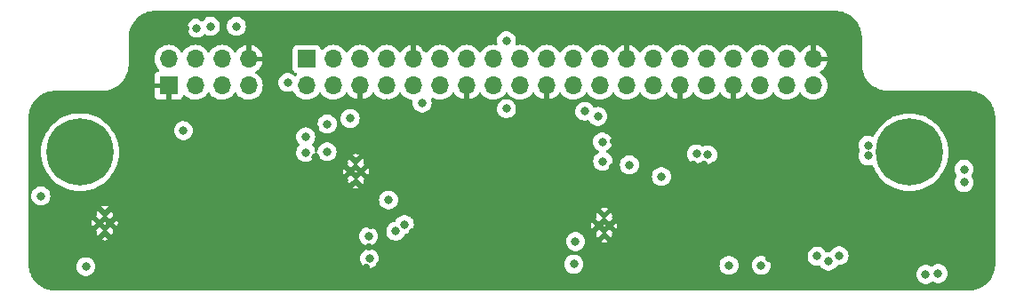
<source format=gbr>
%TF.GenerationSoftware,KiCad,Pcbnew,7.0.8*%
%TF.CreationDate,2024-02-10T17:45:33+01:00*%
%TF.ProjectId,HatV4,48617456-342e-46b6-9963-61645f706362,V2*%
%TF.SameCoordinates,Original*%
%TF.FileFunction,Copper,L3,Inr*%
%TF.FilePolarity,Positive*%
%FSLAX46Y46*%
G04 Gerber Fmt 4.6, Leading zero omitted, Abs format (unit mm)*
G04 Created by KiCad (PCBNEW 7.0.8) date 2024-02-10 17:45:33*
%MOMM*%
%LPD*%
G01*
G04 APERTURE LIST*
%TA.AperFunction,ComponentPad*%
%ADD10R,1.700000X1.700000*%
%TD*%
%TA.AperFunction,ComponentPad*%
%ADD11O,1.700000X1.700000*%
%TD*%
%TA.AperFunction,ComponentPad*%
%ADD12C,0.500000*%
%TD*%
%TA.AperFunction,ComponentPad*%
%ADD13C,0.800000*%
%TD*%
%TA.AperFunction,ComponentPad*%
%ADD14C,6.400000*%
%TD*%
%TA.AperFunction,ViaPad*%
%ADD15C,0.800000*%
%TD*%
%TA.AperFunction,ViaPad*%
%ADD16C,0.700000*%
%TD*%
G04 APERTURE END LIST*
D10*
%TO.N,+3V3*%
%TO.C,J5*%
X126970438Y-95045962D03*
D11*
%TO.N,+5V*%
X126970438Y-97585962D03*
%TO.N,/I2C_GP5_DAT*%
X129510438Y-95045962D03*
%TO.N,+5V*%
X129510438Y-97585962D03*
%TO.N,/I2C_GP5_CLK*%
X132050438Y-95045962D03*
%TO.N,GND*%
X132050438Y-97585962D03*
%TO.N,/MCLK05*%
X134590438Y-95045962D03*
%TO.N,/UART1_TX*%
X134590438Y-97585962D03*
%TO.N,GND*%
X137130438Y-95045962D03*
%TO.N,/UART1_RX*%
X137130438Y-97585962D03*
%TO.N,/UART1_RTS*%
X139670438Y-95045962D03*
%TO.N,/I2S2_CLK*%
X139670438Y-97585962D03*
%TO.N,/PWM01*%
X142210438Y-95045962D03*
%TO.N,GND*%
X142210438Y-97585962D03*
%TO.N,/GPIO27_PWM2*%
X144750438Y-95045962D03*
%TO.N,/GPIO8_AO_DMIC_IN_DAT*%
X144750438Y-97585962D03*
%TO.N,+3V3*%
X147290438Y-95045962D03*
%TO.N,/GPIO35_PWM3*%
X147290438Y-97585962D03*
%TO.N,/SPI1_MOSI*%
X149830438Y-95045962D03*
%TO.N,GND*%
X149830438Y-97585962D03*
%TO.N,/SPI1_MISO*%
X152370438Y-95045962D03*
%TO.N,/GPIO17_40HEADER*%
X152370438Y-97585962D03*
%TO.N,/SPI1_SCK*%
X154910438Y-95045962D03*
%TO.N,/SPI1_CS0*%
X154910438Y-97585962D03*
%TO.N,GND*%
X157450438Y-95045962D03*
%TO.N,/SPI1_CS1*%
X157450438Y-97585962D03*
%TO.N,/I2C_GP2_DAT*%
X159990438Y-95045962D03*
%TO.N,/I2C_GP2_CLK*%
X159990438Y-97585962D03*
%TO.N,/CAN0_DIN*%
X162530438Y-95045962D03*
%TO.N,GND*%
X162530438Y-97585962D03*
%TO.N,/CAN0_DOUT*%
X165070438Y-95045962D03*
%TO.N,/GPIO9_CAN1_GPIO0_DMIC_CLK*%
X165070438Y-97585962D03*
%TO.N,/CAN1_DOUT*%
X167610438Y-95045962D03*
%TO.N,GND*%
X167610438Y-97585962D03*
%TO.N,/I2S_FS*%
X170150438Y-95045962D03*
%TO.N,/UART1_CTS*%
X170150438Y-97585962D03*
%TO.N,/CAN1_DIN*%
X172690438Y-95045962D03*
%TO.N,/I2S_SDIN*%
X172690438Y-97585962D03*
%TO.N,GND*%
X175230438Y-95045962D03*
%TO.N,/I2S_SDOUT*%
X175230438Y-97585962D03*
%TD*%
D12*
%TO.N,GND*%
%TO.C,U1*%
X107226422Y-110681222D03*
X107726422Y-109781222D03*
X107726422Y-111581222D03*
X108226422Y-110681222D03*
%TD*%
%TO.N,GND*%
%TO.C,U7*%
X154803978Y-110903578D03*
X155303978Y-110003578D03*
X155303978Y-111803578D03*
X155803978Y-110903578D03*
%TD*%
D13*
%TO.N,N/C*%
%TO.C,H1*%
X102980438Y-103923800D03*
X103683382Y-102226744D03*
X103683382Y-105620856D03*
X105380438Y-101523800D03*
D14*
X105380438Y-103923800D03*
D13*
X105380438Y-106323800D03*
X107077494Y-102226744D03*
X107077494Y-105620856D03*
X107780438Y-103923800D03*
%TD*%
D12*
%TO.N,GND*%
%TO.C,U3*%
X131160022Y-105755022D03*
X131660022Y-104855022D03*
X131660022Y-106655022D03*
X132160022Y-105755022D03*
%TD*%
D13*
%TO.N,N/C*%
%TO.C,H2*%
X181979438Y-103935962D03*
X182682382Y-102238906D03*
X182682382Y-105633018D03*
X184379438Y-101535962D03*
D14*
X184379438Y-103935962D03*
D13*
X184379438Y-106335962D03*
X186076494Y-102238906D03*
X186076494Y-105633018D03*
X186779438Y-103935962D03*
%TD*%
D10*
%TO.N,GND*%
%TO.C,J6*%
X113818238Y-97585962D03*
D11*
%TO.N,/I2C_GP5_DAT*%
X113818238Y-95045962D03*
%TO.N,/I2C_GP5_CLK*%
X116358238Y-97585962D03*
%TO.N,/PWM01*%
X116358238Y-95045962D03*
%TO.N,/GPIO27_PWM2*%
X118898238Y-97585962D03*
%TO.N,/GPIO35_PWM3*%
X118898238Y-95045962D03*
%TO.N,/GPIO8_AO_DMIC_IN_DAT*%
X121438238Y-97585962D03*
%TO.N,GND*%
X121438238Y-95045962D03*
%TD*%
D15*
%TO.N,+5V*%
X134772400Y-108483400D03*
X152425400Y-114597500D03*
X105943400Y-114833400D03*
D16*
%TO.N,GND*%
X143408400Y-107975400D03*
X118135400Y-105435400D03*
D15*
X127787400Y-104419400D03*
X109067600Y-99085400D03*
D16*
X132918200Y-112953800D03*
X162204400Y-107213400D03*
X139217400Y-99212400D03*
D15*
X157361254Y-114597500D03*
D16*
X161696400Y-108483400D03*
X162712400Y-113817400D03*
X115216227Y-105204266D03*
X166014400Y-114579400D03*
X134391400Y-107213400D03*
X116484400Y-105054400D03*
D15*
X165919831Y-110928831D03*
X147828000Y-101295200D03*
D16*
X180746400Y-105562400D03*
X176682400Y-101879400D03*
X121691400Y-111658400D03*
D15*
X149453600Y-100076000D03*
D16*
X178460400Y-101752400D03*
X166522400Y-109499400D03*
X177876200Y-109194600D03*
D15*
X111048800Y-97561400D03*
D16*
X102641400Y-107340400D03*
X166014400Y-108229400D03*
D15*
X171297600Y-99364800D03*
D16*
X167792400Y-109753400D03*
X132609926Y-114943815D03*
X151282400Y-100355400D03*
X143408400Y-101879400D03*
X127406400Y-114579400D03*
X115468400Y-92100400D03*
X127787400Y-101625400D03*
X124485400Y-113563400D03*
D15*
X191465200Y-103124000D03*
D16*
X123977400Y-105308400D03*
X130581400Y-110896400D03*
X175158400Y-102006400D03*
D15*
X189128400Y-115595400D03*
D16*
X152171400Y-106959400D03*
X150901400Y-102768400D03*
D15*
X149656800Y-113741200D03*
X140995400Y-99085400D03*
D16*
X139344400Y-102895400D03*
X147599400Y-103327200D03*
X176555400Y-106959400D03*
X119024400Y-91973400D03*
X169062400Y-111564900D03*
X172059600Y-108381800D03*
X134137400Y-111658400D03*
X120929400Y-107848400D03*
X170332400Y-111277400D03*
X153822400Y-114579400D03*
D15*
X172643800Y-100761800D03*
D16*
X179019200Y-110159800D03*
X113817400Y-108483400D03*
D15*
X142265400Y-110693200D03*
D16*
X137058400Y-111531400D03*
X125247400Y-105130600D03*
D15*
X158724600Y-93827600D03*
X144297400Y-109829600D03*
D16*
X137820400Y-103403400D03*
X177571400Y-105816400D03*
X173634400Y-102641400D03*
X173507400Y-111734600D03*
X142392400Y-109245400D03*
D15*
X191592200Y-105918000D03*
D16*
X118643400Y-108229400D03*
X146329400Y-107848400D03*
D15*
X177190400Y-100279200D03*
D16*
X129007814Y-107290522D03*
X176733200Y-108356400D03*
X126644400Y-105156000D03*
X166903400Y-105867200D03*
D15*
X148082000Y-113665000D03*
X112623600Y-100660200D03*
D16*
X131216400Y-114960400D03*
D15*
X110896400Y-95046800D03*
X168402000Y-104980878D03*
D16*
X119659400Y-109245400D03*
X152425400Y-102006400D03*
X148818600Y-105181400D03*
D15*
X177571400Y-103809800D03*
D16*
X166014400Y-113055400D03*
X165735000Y-105130600D03*
X144551400Y-99720400D03*
X116738400Y-113817400D03*
X188112400Y-116484400D03*
X174396400Y-104927400D03*
D15*
X113233200Y-92100400D03*
D16*
X154965400Y-106070400D03*
D15*
X147980400Y-110388400D03*
D16*
X156108400Y-105308400D03*
X125852822Y-111781222D03*
D15*
X106832400Y-98882200D03*
X101955600Y-99517200D03*
D16*
X176682400Y-110159800D03*
D15*
X174955200Y-100304600D03*
D16*
X167284400Y-111564900D03*
X160934400Y-109499400D03*
X133934200Y-114681000D03*
X147726400Y-108610400D03*
X156210000Y-103911400D03*
X164236400Y-114071400D03*
X170332400Y-107721400D03*
X131851400Y-111277400D03*
X122580400Y-105816400D03*
X119786400Y-106070400D03*
X177850800Y-111150400D03*
X178993800Y-112064800D03*
X113944400Y-112547400D03*
D15*
X149885400Y-101371400D03*
X190627000Y-114020600D03*
D16*
X121183400Y-106070400D03*
X138074400Y-108483400D03*
D15*
X140868400Y-113563400D03*
D16*
X123977400Y-108483400D03*
X168376600Y-105867200D03*
X136804400Y-107340400D03*
X118389400Y-113182400D03*
X163830000Y-105079800D03*
X164795200Y-105054400D03*
D15*
X144297400Y-111252000D03*
D16*
X176733200Y-112090200D03*
D15*
X104317800Y-98882200D03*
D16*
X171602400Y-110261400D03*
X172618400Y-104927400D03*
X116006543Y-101020543D03*
D15*
X183921400Y-113868200D03*
D16*
X122961400Y-109753400D03*
X151841200Y-108254800D03*
X141884400Y-101625400D03*
X180238400Y-101879400D03*
X179222400Y-105841800D03*
X129692400Y-100228400D03*
X121183400Y-109753400D03*
X153466800Y-106045000D03*
X156210000Y-102920800D03*
X122453400Y-107975400D03*
D15*
X149656800Y-112369600D03*
D16*
X155600400Y-101868500D03*
D15*
X156108400Y-106451400D03*
D16*
X126009400Y-114020600D03*
X123342400Y-112547400D03*
X170332400Y-105562400D03*
D15*
X148132800Y-112318800D03*
X110667800Y-100634800D03*
X104038400Y-113131600D03*
D16*
X138709400Y-110261400D03*
X115087400Y-113563400D03*
X116992400Y-91084400D03*
D15*
X140614400Y-112039400D03*
D16*
X169062400Y-108737400D03*
D15*
X111074200Y-92532200D03*
D16*
X154076400Y-101904800D03*
D15*
X188899800Y-99466400D03*
X134594600Y-99212400D03*
X138328400Y-93980000D03*
D16*
X124358400Y-110388400D03*
X161327478Y-112807587D03*
X170967400Y-114071400D03*
X187528200Y-109423200D03*
X144932400Y-107873800D03*
X114706400Y-106959400D03*
X179019200Y-108356400D03*
X119913400Y-111785400D03*
D15*
X146253200Y-109778800D03*
D16*
X118516400Y-110722222D03*
X129438400Y-110007400D03*
D15*
X165023800Y-101727000D03*
D16*
X149123400Y-102819200D03*
X133045200Y-110947200D03*
D15*
X146202400Y-111226600D03*
D16*
X112445800Y-109042200D03*
X162280600Y-105892600D03*
X129235200Y-114960400D03*
X129591822Y-108737400D03*
X171856400Y-102768400D03*
X140868400Y-102895400D03*
D15*
X142773400Y-105816400D03*
%TO.N,+3V3*%
X185929396Y-115571396D03*
X189585600Y-105562400D03*
X152577800Y-112445800D03*
X157708600Y-105130600D03*
X175590200Y-113842800D03*
X189585600Y-106807000D03*
X128905000Y-103880700D03*
X128930400Y-101244400D03*
X187121800Y-115493800D03*
%TO.N,/UART1_TX*%
X137972800Y-99237800D03*
X136271000Y-110820200D03*
%TO.N,/UART1_RX*%
X135458200Y-111455200D03*
%TO.N,/PWM01*%
X116509800Y-92100400D03*
%TO.N,/GPIO27_PWM2*%
X117805200Y-91926500D03*
%TO.N,/GPIO8_AO_DMIC_IN_DAT*%
X125171200Y-97282000D03*
%TO.N,/GPIO35_PWM3*%
X120272110Y-91926500D03*
%TO.N,/SPI1_MISO*%
X153466800Y-100025200D03*
%TO.N,/GPIO17_40HEADER*%
X165160393Y-104177936D03*
%TO.N,/SPI1_CS0*%
X154711400Y-100519500D03*
%TO.N,/CAN0_DIN*%
X145999200Y-99771200D03*
X101650800Y-108102400D03*
X115229452Y-101869052D03*
%TO.N,/CAN0_DOUT*%
X131114800Y-100711000D03*
X126873000Y-103962200D03*
X126873000Y-102463600D03*
X145999200Y-93299900D03*
%TO.N,/CAN1_DIN*%
X170267867Y-114713436D03*
X167193051Y-114713480D03*
%TO.N,/RS232 to UART/RIN1*%
X177673000Y-113792000D03*
%TO.N,/RS232 to UART/DOUT1*%
X176682400Y-114325400D03*
%TO.N,/CAN BUS SPI/CHS-*%
X180448393Y-104271185D03*
%TO.N,/CAN BUS SPI/CHS+*%
X180448393Y-103271185D03*
%TO.N,/CAN BUS SPI/RDX_SPI*%
X160756600Y-106248200D03*
X164109400Y-104089200D03*
%TO.N,/CAN BUS 0/CH0+*%
X132856422Y-111952222D03*
%TO.N,/CAN BUS 0/CH0-*%
X132958022Y-114060422D03*
%TO.N,/CAN BUS 1/CH1+*%
X155143200Y-102946200D03*
%TO.N,/CAN BUS 1/CH1-*%
X155168600Y-104795700D03*
%TD*%
%TA.AperFunction,Conductor*%
%TO.N,GND*%
G36*
X177319137Y-90449998D02*
G01*
X177352441Y-90451867D01*
X177433003Y-90456392D01*
X177605091Y-90466801D01*
X177611697Y-90467560D01*
X177683307Y-90479727D01*
X177747743Y-90490677D01*
X177840862Y-90507740D01*
X177896627Y-90517960D01*
X177902598Y-90519363D01*
X178039432Y-90558784D01*
X178180250Y-90602665D01*
X178185492Y-90604564D01*
X178318820Y-90659791D01*
X178452009Y-90719734D01*
X178456547Y-90722005D01*
X178529621Y-90762391D01*
X178583822Y-90792347D01*
X178583839Y-90792356D01*
X178708335Y-90867617D01*
X178712139Y-90870111D01*
X178830126Y-90953827D01*
X178832472Y-90955576D01*
X178922361Y-91026000D01*
X178945732Y-91044310D01*
X178948809Y-91046886D01*
X179056830Y-91143418D01*
X179059357Y-91145808D01*
X179160990Y-91247441D01*
X179163380Y-91249968D01*
X179259912Y-91357989D01*
X179262488Y-91361066D01*
X179351211Y-91474312D01*
X179352971Y-91476672D01*
X179436687Y-91594659D01*
X179439181Y-91598463D01*
X179514443Y-91722960D01*
X179584793Y-91850251D01*
X179587068Y-91854798D01*
X179647009Y-91987981D01*
X179702231Y-92121299D01*
X179704144Y-92126583D01*
X179727033Y-92200034D01*
X179748031Y-92267421D01*
X179787432Y-92404190D01*
X179788840Y-92410181D01*
X179816122Y-92559056D01*
X179839235Y-92695083D01*
X179839999Y-92701730D01*
X179850412Y-92873875D01*
X179856802Y-92987663D01*
X179856900Y-92991141D01*
X179856900Y-95672077D01*
X179888845Y-95955605D01*
X179888847Y-95955617D01*
X179888848Y-95955620D01*
X179899764Y-96003445D01*
X179952342Y-96233808D01*
X179952346Y-96233820D01*
X180046583Y-96503132D01*
X180046592Y-96503154D01*
X180170387Y-96760218D01*
X180170391Y-96760224D01*
X180322203Y-97001831D01*
X180500111Y-97224921D01*
X180701879Y-97426689D01*
X180924969Y-97604597D01*
X181044425Y-97679656D01*
X181166581Y-97756412D01*
X181423645Y-97880207D01*
X181423654Y-97880210D01*
X181423661Y-97880214D01*
X181423667Y-97880216D01*
X181692979Y-97974453D01*
X181692991Y-97974457D01*
X181971180Y-98037952D01*
X181971189Y-98037953D01*
X181971194Y-98037954D01*
X182149059Y-98057994D01*
X182254723Y-98069899D01*
X182254726Y-98069900D01*
X182254729Y-98069900D01*
X182397301Y-98069900D01*
X190015660Y-98069900D01*
X190019137Y-98069998D01*
X190052441Y-98071867D01*
X190133003Y-98076392D01*
X190305091Y-98086801D01*
X190311697Y-98087560D01*
X190383307Y-98099727D01*
X190447743Y-98110677D01*
X190540862Y-98127740D01*
X190596627Y-98137960D01*
X190602598Y-98139363D01*
X190739432Y-98178784D01*
X190880250Y-98222665D01*
X190885492Y-98224564D01*
X191018820Y-98279791D01*
X191152009Y-98339734D01*
X191156547Y-98342005D01*
X191210152Y-98371631D01*
X191283822Y-98412347D01*
X191283839Y-98412356D01*
X191408335Y-98487617D01*
X191412138Y-98490110D01*
X191429096Y-98502143D01*
X191530126Y-98573827D01*
X191532472Y-98575576D01*
X191594366Y-98624067D01*
X191645732Y-98664310D01*
X191648809Y-98666886D01*
X191756830Y-98763418D01*
X191759357Y-98765808D01*
X191860990Y-98867441D01*
X191863380Y-98869968D01*
X191959912Y-98977989D01*
X191962488Y-98981066D01*
X192051211Y-99094312D01*
X192052971Y-99096672D01*
X192136687Y-99214659D01*
X192139181Y-99218463D01*
X192214443Y-99342960D01*
X192284793Y-99470251D01*
X192287068Y-99474798D01*
X192347009Y-99607981D01*
X192402231Y-99741299D01*
X192404144Y-99746583D01*
X192424062Y-99810500D01*
X192448031Y-99887421D01*
X192487432Y-100024190D01*
X192488840Y-100030181D01*
X192516122Y-100179056D01*
X192539235Y-100315083D01*
X192539999Y-100321730D01*
X192550412Y-100493875D01*
X192556802Y-100607663D01*
X192556900Y-100611141D01*
X192556900Y-114577658D01*
X192556802Y-114581136D01*
X192550412Y-114694924D01*
X192539999Y-114867068D01*
X192539235Y-114873715D01*
X192516122Y-115009743D01*
X192488840Y-115158617D01*
X192487432Y-115164608D01*
X192448025Y-115301401D01*
X192404144Y-115442215D01*
X192402231Y-115447499D01*
X192347009Y-115580818D01*
X192287068Y-115714000D01*
X192284794Y-115718547D01*
X192214443Y-115845839D01*
X192139181Y-115970336D01*
X192136687Y-115974139D01*
X192052971Y-116092126D01*
X192051211Y-116094486D01*
X191962488Y-116207732D01*
X191959912Y-116210809D01*
X191863380Y-116318830D01*
X191860990Y-116321357D01*
X191759357Y-116422990D01*
X191756830Y-116425380D01*
X191648809Y-116521912D01*
X191645732Y-116524488D01*
X191532486Y-116613211D01*
X191530126Y-116614971D01*
X191412139Y-116698687D01*
X191408336Y-116701181D01*
X191283839Y-116776443D01*
X191156547Y-116846794D01*
X191152000Y-116849068D01*
X191018818Y-116909009D01*
X190885499Y-116964231D01*
X190880215Y-116966144D01*
X190762631Y-117002785D01*
X190739390Y-117010027D01*
X190602608Y-117049432D01*
X190596617Y-117050840D01*
X190447743Y-117078122D01*
X190311715Y-117101235D01*
X190305068Y-117101999D01*
X190132924Y-117112412D01*
X190019136Y-117118802D01*
X190015658Y-117118900D01*
X103024142Y-117118900D01*
X103020665Y-117118802D01*
X102906875Y-117112412D01*
X102734730Y-117101999D01*
X102728083Y-117101235D01*
X102592056Y-117078122D01*
X102443181Y-117050840D01*
X102437190Y-117049432D01*
X102300421Y-117010031D01*
X102233034Y-116989033D01*
X102159583Y-116966144D01*
X102154299Y-116964231D01*
X102020981Y-116909009D01*
X101887798Y-116849068D01*
X101883251Y-116846793D01*
X101755960Y-116776443D01*
X101631463Y-116701181D01*
X101627659Y-116698687D01*
X101509672Y-116614971D01*
X101507312Y-116613211D01*
X101394066Y-116524488D01*
X101390989Y-116521912D01*
X101282968Y-116425380D01*
X101280441Y-116422990D01*
X101178808Y-116321357D01*
X101176418Y-116318830D01*
X101079886Y-116210809D01*
X101077310Y-116207732D01*
X101045154Y-116166688D01*
X100988576Y-116094472D01*
X100986827Y-116092126D01*
X100903111Y-115974139D01*
X100900617Y-115970335D01*
X100825356Y-115845839D01*
X100755005Y-115718547D01*
X100752730Y-115714000D01*
X100692790Y-115580818D01*
X100637564Y-115447492D01*
X100635665Y-115442250D01*
X100591775Y-115301401D01*
X100552363Y-115164598D01*
X100550960Y-115158627D01*
X100536873Y-115081757D01*
X100523677Y-115009743D01*
X100508694Y-114921566D01*
X100500560Y-114873697D01*
X100499801Y-114867091D01*
X100497763Y-114833400D01*
X105037940Y-114833400D01*
X105057726Y-115021656D01*
X105057727Y-115021659D01*
X105116218Y-115201677D01*
X105116221Y-115201684D01*
X105210867Y-115365616D01*
X105329734Y-115497631D01*
X105337529Y-115506288D01*
X105490665Y-115617548D01*
X105490670Y-115617551D01*
X105663592Y-115694542D01*
X105663597Y-115694544D01*
X105848754Y-115733900D01*
X105848755Y-115733900D01*
X106038044Y-115733900D01*
X106038046Y-115733900D01*
X106223203Y-115694544D01*
X106396130Y-115617551D01*
X106549271Y-115506288D01*
X106675933Y-115365616D01*
X106770579Y-115201684D01*
X106829074Y-115021656D01*
X106848860Y-114833400D01*
X106829074Y-114645144D01*
X106770579Y-114465116D01*
X106675933Y-114301184D01*
X106549271Y-114160512D01*
X106549270Y-114160511D01*
X106411510Y-114060422D01*
X132052562Y-114060422D01*
X132072348Y-114248678D01*
X132072349Y-114248681D01*
X132130840Y-114428699D01*
X132130843Y-114428706D01*
X132225489Y-114592638D01*
X132331390Y-114710253D01*
X132352151Y-114733310D01*
X132505287Y-114844570D01*
X132505292Y-114844573D01*
X132678214Y-114921564D01*
X132678219Y-114921566D01*
X132863376Y-114960922D01*
X132863377Y-114960922D01*
X133052666Y-114960922D01*
X133052668Y-114960922D01*
X133237825Y-114921566D01*
X133410752Y-114844573D01*
X133563893Y-114733310D01*
X133686177Y-114597500D01*
X151519940Y-114597500D01*
X151539726Y-114785756D01*
X151540210Y-114787245D01*
X151598218Y-114965777D01*
X151598221Y-114965784D01*
X151692867Y-115129716D01*
X151758959Y-115203118D01*
X151819529Y-115270388D01*
X151972665Y-115381648D01*
X151972670Y-115381651D01*
X152145592Y-115458642D01*
X152145597Y-115458644D01*
X152330754Y-115498000D01*
X152330755Y-115498000D01*
X152520044Y-115498000D01*
X152520046Y-115498000D01*
X152705203Y-115458644D01*
X152878130Y-115381651D01*
X153031271Y-115270388D01*
X153157933Y-115129716D01*
X153252579Y-114965784D01*
X153311074Y-114785756D01*
X153318670Y-114713480D01*
X166287591Y-114713480D01*
X166307377Y-114901736D01*
X166307378Y-114901739D01*
X166365869Y-115081757D01*
X166365872Y-115081764D01*
X166460518Y-115245696D01*
X166587140Y-115386324D01*
X166587180Y-115386368D01*
X166740316Y-115497628D01*
X166740321Y-115497631D01*
X166913243Y-115574622D01*
X166913248Y-115574624D01*
X167098405Y-115613980D01*
X167098406Y-115613980D01*
X167287695Y-115613980D01*
X167287697Y-115613980D01*
X167472854Y-115574624D01*
X167645781Y-115497631D01*
X167798922Y-115386368D01*
X167925584Y-115245696D01*
X168020230Y-115081764D01*
X168078725Y-114901736D01*
X168098511Y-114713480D01*
X168098506Y-114713436D01*
X169362407Y-114713436D01*
X169382193Y-114901692D01*
X169382194Y-114901695D01*
X169440685Y-115081713D01*
X169440688Y-115081720D01*
X169535334Y-115245652D01*
X169643349Y-115365614D01*
X169661996Y-115386324D01*
X169815132Y-115497584D01*
X169815137Y-115497587D01*
X169988059Y-115574578D01*
X169988064Y-115574580D01*
X170173221Y-115613936D01*
X170173222Y-115613936D01*
X170362511Y-115613936D01*
X170362513Y-115613936D01*
X170547670Y-115574580D01*
X170554821Y-115571396D01*
X185023936Y-115571396D01*
X185043722Y-115759652D01*
X185043723Y-115759655D01*
X185102214Y-115939673D01*
X185102217Y-115939680D01*
X185196863Y-116103612D01*
X185293384Y-116210809D01*
X185323525Y-116244284D01*
X185476661Y-116355544D01*
X185476666Y-116355547D01*
X185649588Y-116432538D01*
X185649593Y-116432540D01*
X185834750Y-116471896D01*
X185834751Y-116471896D01*
X186024040Y-116471896D01*
X186024042Y-116471896D01*
X186209199Y-116432540D01*
X186382126Y-116355547D01*
X186506115Y-116265463D01*
X186571919Y-116241985D01*
X186639972Y-116257810D01*
X186651882Y-116265464D01*
X186669066Y-116277948D01*
X186669070Y-116277951D01*
X186841992Y-116354942D01*
X186841997Y-116354944D01*
X187027154Y-116394300D01*
X187027155Y-116394300D01*
X187216444Y-116394300D01*
X187216446Y-116394300D01*
X187401603Y-116354944D01*
X187574530Y-116277951D01*
X187727671Y-116166688D01*
X187854333Y-116026016D01*
X187948979Y-115862084D01*
X188007474Y-115682056D01*
X188027260Y-115493800D01*
X188007474Y-115305544D01*
X187948979Y-115125516D01*
X187854333Y-114961584D01*
X187727671Y-114820912D01*
X187727670Y-114820911D01*
X187574534Y-114709651D01*
X187574529Y-114709648D01*
X187401607Y-114632657D01*
X187401602Y-114632655D01*
X187255801Y-114601665D01*
X187216446Y-114593300D01*
X187027154Y-114593300D01*
X186994697Y-114600198D01*
X186841997Y-114632655D01*
X186841992Y-114632657D01*
X186669070Y-114709648D01*
X186669066Y-114709650D01*
X186545080Y-114799731D01*
X186479274Y-114823210D01*
X186411220Y-114807384D01*
X186399311Y-114799730D01*
X186382130Y-114787247D01*
X186382125Y-114787244D01*
X186209203Y-114710253D01*
X186209198Y-114710251D01*
X186061708Y-114678902D01*
X186024042Y-114670896D01*
X185834750Y-114670896D01*
X185802293Y-114677794D01*
X185649593Y-114710251D01*
X185649588Y-114710253D01*
X185476666Y-114787244D01*
X185476661Y-114787247D01*
X185323525Y-114898507D01*
X185196862Y-115039181D01*
X185102217Y-115203111D01*
X185102214Y-115203118D01*
X185044206Y-115381651D01*
X185043722Y-115383140D01*
X185023936Y-115571396D01*
X170554821Y-115571396D01*
X170720597Y-115497587D01*
X170873738Y-115386324D01*
X171000400Y-115245652D01*
X171095046Y-115081720D01*
X171153541Y-114901692D01*
X171173327Y-114713436D01*
X171153541Y-114525180D01*
X171095046Y-114345152D01*
X171000400Y-114181220D01*
X170873738Y-114040548D01*
X170873737Y-114040547D01*
X170720601Y-113929287D01*
X170720596Y-113929284D01*
X170547674Y-113852293D01*
X170547669Y-113852291D01*
X170503016Y-113842800D01*
X174684740Y-113842800D01*
X174704526Y-114031056D01*
X174704527Y-114031059D01*
X174763018Y-114211077D01*
X174763021Y-114211084D01*
X174857667Y-114375016D01*
X174938793Y-114465115D01*
X174984329Y-114515688D01*
X175137465Y-114626948D01*
X175137470Y-114626951D01*
X175310392Y-114703942D01*
X175310397Y-114703944D01*
X175495554Y-114743300D01*
X175495555Y-114743300D01*
X175684844Y-114743300D01*
X175684846Y-114743300D01*
X175773992Y-114724351D01*
X175843655Y-114729666D01*
X175899389Y-114771803D01*
X175907157Y-114783641D01*
X175949866Y-114857614D01*
X175949865Y-114857614D01*
X176076529Y-114998288D01*
X176229665Y-115109548D01*
X176229670Y-115109551D01*
X176402592Y-115186542D01*
X176402597Y-115186544D01*
X176587754Y-115225900D01*
X176587755Y-115225900D01*
X176777044Y-115225900D01*
X176777046Y-115225900D01*
X176962203Y-115186544D01*
X177135130Y-115109551D01*
X177288271Y-114998288D01*
X177414933Y-114857616D01*
X177474467Y-114754500D01*
X177525034Y-114706285D01*
X177581854Y-114692500D01*
X177767644Y-114692500D01*
X177767646Y-114692500D01*
X177952803Y-114653144D01*
X178125730Y-114576151D01*
X178278871Y-114464888D01*
X178405533Y-114324216D01*
X178500179Y-114160284D01*
X178558674Y-113980256D01*
X178578460Y-113792000D01*
X178558674Y-113603744D01*
X178500179Y-113423716D01*
X178405533Y-113259784D01*
X178278871Y-113119112D01*
X178278870Y-113119111D01*
X178125734Y-113007851D01*
X178125729Y-113007848D01*
X177952807Y-112930857D01*
X177952802Y-112930855D01*
X177807001Y-112899865D01*
X177767646Y-112891500D01*
X177578354Y-112891500D01*
X177545897Y-112898398D01*
X177393197Y-112930855D01*
X177393192Y-112930857D01*
X177220270Y-113007848D01*
X177220265Y-113007851D01*
X177067129Y-113119111D01*
X176940466Y-113259785D01*
X176880933Y-113362900D01*
X176830366Y-113411115D01*
X176773546Y-113424900D01*
X176587749Y-113424900D01*
X176498608Y-113443847D01*
X176428941Y-113438531D01*
X176373208Y-113396394D01*
X176365447Y-113384566D01*
X176322733Y-113310584D01*
X176196071Y-113169912D01*
X176126151Y-113119112D01*
X176042934Y-113058651D01*
X176042929Y-113058648D01*
X175870007Y-112981657D01*
X175870002Y-112981655D01*
X175724201Y-112950665D01*
X175684846Y-112942300D01*
X175495554Y-112942300D01*
X175463097Y-112949198D01*
X175310397Y-112981655D01*
X175310392Y-112981657D01*
X175137470Y-113058648D01*
X175137465Y-113058651D01*
X174984329Y-113169911D01*
X174857666Y-113310585D01*
X174763021Y-113474515D01*
X174763018Y-113474522D01*
X174721033Y-113603740D01*
X174704526Y-113654544D01*
X174684740Y-113842800D01*
X170503016Y-113842800D01*
X170401868Y-113821301D01*
X170362513Y-113812936D01*
X170173221Y-113812936D01*
X170140764Y-113819834D01*
X169988064Y-113852291D01*
X169988059Y-113852293D01*
X169815137Y-113929284D01*
X169815132Y-113929287D01*
X169661996Y-114040547D01*
X169535333Y-114181221D01*
X169440688Y-114345151D01*
X169440685Y-114345158D01*
X169413539Y-114428706D01*
X169382193Y-114525180D01*
X169362407Y-114713436D01*
X168098506Y-114713436D01*
X168078725Y-114525224D01*
X168020230Y-114345196D01*
X167925584Y-114181264D01*
X167798922Y-114040592D01*
X167798921Y-114040591D01*
X167645785Y-113929331D01*
X167645780Y-113929328D01*
X167472858Y-113852337D01*
X167472853Y-113852335D01*
X167327052Y-113821345D01*
X167287697Y-113812980D01*
X167098405Y-113812980D01*
X167065948Y-113819878D01*
X166913248Y-113852335D01*
X166913243Y-113852337D01*
X166740321Y-113929328D01*
X166740316Y-113929331D01*
X166587180Y-114040591D01*
X166460517Y-114181265D01*
X166365872Y-114345195D01*
X166365869Y-114345202D01*
X166307391Y-114525180D01*
X166307377Y-114525224D01*
X166287591Y-114713480D01*
X153318670Y-114713480D01*
X153330860Y-114597500D01*
X153311074Y-114409244D01*
X153252579Y-114229216D01*
X153157933Y-114065284D01*
X153031271Y-113924612D01*
X153031270Y-113924611D01*
X152878134Y-113813351D01*
X152878129Y-113813348D01*
X152705207Y-113736357D01*
X152705202Y-113736355D01*
X152559401Y-113705365D01*
X152520046Y-113697000D01*
X152330754Y-113697000D01*
X152298297Y-113703898D01*
X152145597Y-113736355D01*
X152145592Y-113736357D01*
X151972670Y-113813348D01*
X151972665Y-113813351D01*
X151819529Y-113924611D01*
X151692866Y-114065285D01*
X151598221Y-114229215D01*
X151598218Y-114229222D01*
X151550848Y-114375014D01*
X151539726Y-114409244D01*
X151519940Y-114597500D01*
X133686177Y-114597500D01*
X133690555Y-114592638D01*
X133785201Y-114428706D01*
X133843696Y-114248678D01*
X133863482Y-114060422D01*
X133843696Y-113872166D01*
X133785201Y-113692138D01*
X133690555Y-113528206D01*
X133563893Y-113387534D01*
X133563892Y-113387533D01*
X133410756Y-113276273D01*
X133410751Y-113276270D01*
X133237829Y-113199279D01*
X133237824Y-113199277D01*
X133092023Y-113168287D01*
X133052668Y-113159922D01*
X132863376Y-113159922D01*
X132830919Y-113166820D01*
X132678219Y-113199277D01*
X132678214Y-113199279D01*
X132505292Y-113276270D01*
X132505287Y-113276273D01*
X132352151Y-113387533D01*
X132225488Y-113528207D01*
X132130843Y-113692137D01*
X132130840Y-113692144D01*
X132072349Y-113872162D01*
X132072348Y-113872166D01*
X132052562Y-114060422D01*
X106411510Y-114060422D01*
X106396134Y-114049251D01*
X106396129Y-114049248D01*
X106223207Y-113972257D01*
X106223202Y-113972255D01*
X106077401Y-113941265D01*
X106038046Y-113932900D01*
X105848754Y-113932900D01*
X105816297Y-113939798D01*
X105663597Y-113972255D01*
X105663592Y-113972257D01*
X105490670Y-114049248D01*
X105490665Y-114049251D01*
X105337529Y-114160511D01*
X105210866Y-114301185D01*
X105116221Y-114465115D01*
X105116218Y-114465122D01*
X105061783Y-114632657D01*
X105057726Y-114645144D01*
X105037940Y-114833400D01*
X100497763Y-114833400D01*
X100489392Y-114695003D01*
X100485026Y-114617267D01*
X100482998Y-114581136D01*
X100482900Y-114577659D01*
X100482900Y-112261488D01*
X107399707Y-112261488D01*
X107558478Y-112317046D01*
X107726418Y-112335968D01*
X107726426Y-112335968D01*
X107894365Y-112317046D01*
X108053135Y-112261489D01*
X108053136Y-112261488D01*
X107743870Y-111952222D01*
X131950962Y-111952222D01*
X131970748Y-112140478D01*
X131970749Y-112140481D01*
X132029240Y-112320499D01*
X132029243Y-112320506D01*
X132123889Y-112484438D01*
X132250551Y-112625110D01*
X132403687Y-112736370D01*
X132403692Y-112736373D01*
X132576614Y-112813364D01*
X132576619Y-112813366D01*
X132761776Y-112852722D01*
X132761777Y-112852722D01*
X132951066Y-112852722D01*
X132951068Y-112852722D01*
X133136225Y-112813366D01*
X133309152Y-112736373D01*
X133462293Y-112625110D01*
X133588955Y-112484438D01*
X133611263Y-112445800D01*
X151672340Y-112445800D01*
X151692126Y-112634056D01*
X151692127Y-112634059D01*
X151750618Y-112814077D01*
X151750621Y-112814084D01*
X151845267Y-112978016D01*
X151971929Y-113118688D01*
X152125065Y-113229948D01*
X152125070Y-113229951D01*
X152297992Y-113306942D01*
X152297997Y-113306944D01*
X152483154Y-113346300D01*
X152483155Y-113346300D01*
X152672444Y-113346300D01*
X152672446Y-113346300D01*
X152857603Y-113306944D01*
X153030530Y-113229951D01*
X153183671Y-113118688D01*
X153310333Y-112978016D01*
X153404979Y-112814084D01*
X153463474Y-112634056D01*
X153479262Y-112483844D01*
X154977263Y-112483844D01*
X155136034Y-112539402D01*
X155303974Y-112558324D01*
X155303982Y-112558324D01*
X155471921Y-112539402D01*
X155630691Y-112483845D01*
X155630692Y-112483844D01*
X155303979Y-112157131D01*
X155303978Y-112157131D01*
X154977263Y-112483844D01*
X153479262Y-112483844D01*
X153483260Y-112445800D01*
X153463474Y-112257544D01*
X153404979Y-112077516D01*
X153310333Y-111913584D01*
X153183671Y-111772912D01*
X153171358Y-111763966D01*
X153030534Y-111661651D01*
X153030529Y-111661648D01*
X152857607Y-111584657D01*
X152857602Y-111584655D01*
X152853786Y-111583844D01*
X154477263Y-111583844D01*
X154477291Y-111583968D01*
X154533759Y-111624469D01*
X154559506Y-111689421D01*
X154559248Y-111714670D01*
X154549232Y-111803572D01*
X154549232Y-111803581D01*
X154568153Y-111971516D01*
X154568154Y-111971521D01*
X154623710Y-112130291D01*
X154917932Y-111836070D01*
X155203978Y-111836070D01*
X155242175Y-111888643D01*
X155288140Y-111903578D01*
X155319816Y-111903578D01*
X155365781Y-111888643D01*
X155403978Y-111836070D01*
X155403978Y-111771086D01*
X155365781Y-111718513D01*
X155319816Y-111703578D01*
X155288140Y-111703578D01*
X155242175Y-111718513D01*
X155203978Y-111771086D01*
X155203978Y-111836070D01*
X154917932Y-111836070D01*
X155150425Y-111603578D01*
X155457531Y-111603578D01*
X155984244Y-112130291D01*
X155984245Y-112130291D01*
X156039802Y-111971521D01*
X156058724Y-111803581D01*
X156058724Y-111803575D01*
X156048707Y-111714672D01*
X156060761Y-111645850D01*
X156108110Y-111594470D01*
X156130683Y-111583881D01*
X156130692Y-111583844D01*
X155803978Y-111257131D01*
X155457531Y-111603578D01*
X155150425Y-111603578D01*
X155150425Y-111603577D01*
X154803979Y-111257131D01*
X154803978Y-111257131D01*
X154477263Y-111583844D01*
X152853786Y-111583844D01*
X152711801Y-111553665D01*
X152672446Y-111545300D01*
X152483154Y-111545300D01*
X152467017Y-111548730D01*
X152297997Y-111584655D01*
X152297992Y-111584657D01*
X152125070Y-111661648D01*
X152125065Y-111661651D01*
X151971929Y-111772911D01*
X151845266Y-111913585D01*
X151750621Y-112077515D01*
X151750618Y-112077522D01*
X151730162Y-112140481D01*
X151692126Y-112257544D01*
X151672340Y-112445800D01*
X133611263Y-112445800D01*
X133683601Y-112320506D01*
X133742096Y-112140478D01*
X133761882Y-111952222D01*
X133742096Y-111763966D01*
X133683601Y-111583938D01*
X133609274Y-111455200D01*
X134552740Y-111455200D01*
X134572526Y-111643456D01*
X134572527Y-111643459D01*
X134631018Y-111823477D01*
X134631021Y-111823484D01*
X134725667Y-111987416D01*
X134806793Y-112077515D01*
X134852329Y-112128088D01*
X135005465Y-112239348D01*
X135005470Y-112239351D01*
X135178392Y-112316342D01*
X135178397Y-112316344D01*
X135363554Y-112355700D01*
X135363555Y-112355700D01*
X135552844Y-112355700D01*
X135552846Y-112355700D01*
X135738003Y-112316344D01*
X135910930Y-112239351D01*
X136064071Y-112128088D01*
X136190733Y-111987416D01*
X136285379Y-111823484D01*
X136293175Y-111799490D01*
X136332609Y-111741815D01*
X136385318Y-111716518D01*
X136550803Y-111681344D01*
X136550807Y-111681342D01*
X136550808Y-111681342D01*
X136635900Y-111643456D01*
X136723730Y-111604351D01*
X136876871Y-111493088D01*
X137003533Y-111352416D01*
X137098179Y-111188484D01*
X137156674Y-111008456D01*
X137167697Y-110903581D01*
X154049232Y-110903581D01*
X154068153Y-111071516D01*
X154068154Y-111071521D01*
X154123710Y-111230292D01*
X154417933Y-110936070D01*
X154703978Y-110936070D01*
X154742175Y-110988643D01*
X154788140Y-111003578D01*
X154819816Y-111003578D01*
X154865781Y-110988643D01*
X154903978Y-110936070D01*
X154903978Y-110903578D01*
X155157531Y-110903578D01*
X155303978Y-111050025D01*
X155417933Y-110936070D01*
X155703978Y-110936070D01*
X155742175Y-110988643D01*
X155788140Y-111003578D01*
X155819816Y-111003578D01*
X155865781Y-110988643D01*
X155903978Y-110936070D01*
X155903978Y-110903579D01*
X156157531Y-110903579D01*
X156484244Y-111230292D01*
X156484245Y-111230291D01*
X156539802Y-111071521D01*
X156558724Y-110903581D01*
X156558724Y-110903574D01*
X156539802Y-110735634D01*
X156484244Y-110576863D01*
X156157531Y-110903577D01*
X156157531Y-110903579D01*
X155903978Y-110903579D01*
X155903978Y-110871086D01*
X155865781Y-110818513D01*
X155819816Y-110803578D01*
X155788140Y-110803578D01*
X155742175Y-110818513D01*
X155703978Y-110871086D01*
X155703978Y-110936070D01*
X155417933Y-110936070D01*
X155450425Y-110903578D01*
X155303978Y-110757131D01*
X155157531Y-110903578D01*
X154903978Y-110903578D01*
X154903978Y-110871086D01*
X154865781Y-110818513D01*
X154819816Y-110803578D01*
X154788140Y-110803578D01*
X154742175Y-110818513D01*
X154703978Y-110871086D01*
X154703978Y-110936070D01*
X154417933Y-110936070D01*
X154450425Y-110903578D01*
X154123710Y-110576863D01*
X154068154Y-110735631D01*
X154068153Y-110735636D01*
X154049232Y-110903574D01*
X154049232Y-110903581D01*
X137167697Y-110903581D01*
X137176460Y-110820200D01*
X137156674Y-110631944D01*
X137098179Y-110451916D01*
X137003533Y-110287984D01*
X136945300Y-110223310D01*
X154477262Y-110223310D01*
X154803977Y-110550025D01*
X155150425Y-110203578D01*
X155457531Y-110203578D01*
X155803978Y-110550025D01*
X155803979Y-110550025D01*
X156130692Y-110223310D01*
X156130663Y-110223185D01*
X156074196Y-110182685D01*
X156048449Y-110117733D01*
X156048707Y-110092482D01*
X156058724Y-110003580D01*
X156058724Y-110003574D01*
X156039802Y-109835634D01*
X155984244Y-109676863D01*
X155457531Y-110203577D01*
X155457531Y-110203578D01*
X155150425Y-110203578D01*
X154982917Y-110036070D01*
X155203978Y-110036070D01*
X155242175Y-110088643D01*
X155288140Y-110103578D01*
X155319816Y-110103578D01*
X155365781Y-110088643D01*
X155403978Y-110036070D01*
X155403978Y-109971086D01*
X155365781Y-109918513D01*
X155319816Y-109903578D01*
X155288140Y-109903578D01*
X155242175Y-109918513D01*
X155203978Y-109971086D01*
X155203978Y-110036070D01*
X154982917Y-110036070D01*
X154623710Y-109676863D01*
X154568154Y-109835631D01*
X154568153Y-109835636D01*
X154549232Y-110003574D01*
X154549232Y-110003582D01*
X154559248Y-110092483D01*
X154547193Y-110161305D01*
X154499844Y-110212684D01*
X154477271Y-110223271D01*
X154477262Y-110223310D01*
X136945300Y-110223310D01*
X136876871Y-110147312D01*
X136836159Y-110117733D01*
X136723734Y-110036051D01*
X136723729Y-110036048D01*
X136550807Y-109959057D01*
X136550802Y-109959055D01*
X136405001Y-109928065D01*
X136365646Y-109919700D01*
X136176354Y-109919700D01*
X136143897Y-109926598D01*
X135991197Y-109959055D01*
X135991192Y-109959057D01*
X135818270Y-110036048D01*
X135818265Y-110036051D01*
X135665129Y-110147311D01*
X135538466Y-110287985D01*
X135443821Y-110451915D01*
X135443819Y-110451919D01*
X135436024Y-110475912D01*
X135396586Y-110533587D01*
X135343874Y-110558883D01*
X135178397Y-110594055D01*
X135178392Y-110594057D01*
X135005470Y-110671048D01*
X135005465Y-110671051D01*
X134852329Y-110782311D01*
X134725666Y-110922985D01*
X134631021Y-111086915D01*
X134631018Y-111086922D01*
X134598019Y-111188484D01*
X134572526Y-111266944D01*
X134552740Y-111455200D01*
X133609274Y-111455200D01*
X133588955Y-111420006D01*
X133462293Y-111279334D01*
X133445240Y-111266944D01*
X133309156Y-111168073D01*
X133309151Y-111168070D01*
X133136229Y-111091079D01*
X133136224Y-111091077D01*
X132990423Y-111060087D01*
X132951068Y-111051722D01*
X132761776Y-111051722D01*
X132729319Y-111058620D01*
X132576619Y-111091077D01*
X132576614Y-111091079D01*
X132403692Y-111168070D01*
X132403687Y-111168073D01*
X132250551Y-111279333D01*
X132123888Y-111420007D01*
X132029243Y-111583937D01*
X132029240Y-111583944D01*
X131975557Y-111749165D01*
X131970748Y-111763966D01*
X131950962Y-111952222D01*
X107743870Y-111952222D01*
X107726423Y-111934775D01*
X107726422Y-111934775D01*
X107399707Y-112261488D01*
X100482900Y-112261488D01*
X100482900Y-111361488D01*
X106899707Y-111361488D01*
X106899735Y-111361612D01*
X106956203Y-111402113D01*
X106981950Y-111467065D01*
X106981692Y-111492314D01*
X106971676Y-111581216D01*
X106971676Y-111581225D01*
X106990597Y-111749160D01*
X106990598Y-111749165D01*
X107046154Y-111907935D01*
X107340376Y-111613714D01*
X107626422Y-111613714D01*
X107664619Y-111666287D01*
X107710584Y-111681222D01*
X107742260Y-111681222D01*
X107788225Y-111666287D01*
X107826422Y-111613714D01*
X107826422Y-111548730D01*
X107788225Y-111496157D01*
X107742260Y-111481222D01*
X107710584Y-111481222D01*
X107664619Y-111496157D01*
X107626422Y-111548730D01*
X107626422Y-111613714D01*
X107340376Y-111613714D01*
X107572869Y-111381222D01*
X107879975Y-111381222D01*
X108406688Y-111907935D01*
X108406689Y-111907935D01*
X108462246Y-111749165D01*
X108481168Y-111581225D01*
X108481168Y-111581219D01*
X108471151Y-111492316D01*
X108483205Y-111423494D01*
X108530554Y-111372114D01*
X108553127Y-111361525D01*
X108553136Y-111361488D01*
X108226422Y-111034775D01*
X107879975Y-111381222D01*
X107572869Y-111381222D01*
X107572869Y-111381221D01*
X107226423Y-111034775D01*
X107226422Y-111034775D01*
X106899707Y-111361488D01*
X100482900Y-111361488D01*
X100482900Y-110681225D01*
X106471676Y-110681225D01*
X106490597Y-110849160D01*
X106490598Y-110849165D01*
X106546154Y-111007936D01*
X106840377Y-110713714D01*
X107126422Y-110713714D01*
X107164619Y-110766287D01*
X107210584Y-110781222D01*
X107242260Y-110781222D01*
X107288225Y-110766287D01*
X107326422Y-110713714D01*
X107326422Y-110681222D01*
X107579975Y-110681222D01*
X107726422Y-110827669D01*
X107840377Y-110713714D01*
X108126422Y-110713714D01*
X108164619Y-110766287D01*
X108210584Y-110781222D01*
X108242260Y-110781222D01*
X108288225Y-110766287D01*
X108326422Y-110713714D01*
X108326422Y-110681223D01*
X108579975Y-110681223D01*
X108906688Y-111007936D01*
X108906689Y-111007935D01*
X108962246Y-110849165D01*
X108981168Y-110681225D01*
X108981168Y-110681218D01*
X108962246Y-110513278D01*
X108906688Y-110354507D01*
X108579975Y-110681221D01*
X108579975Y-110681223D01*
X108326422Y-110681223D01*
X108326422Y-110648730D01*
X108288225Y-110596157D01*
X108242260Y-110581222D01*
X108210584Y-110581222D01*
X108164619Y-110596157D01*
X108126422Y-110648730D01*
X108126422Y-110713714D01*
X107840377Y-110713714D01*
X107872869Y-110681222D01*
X107726422Y-110534775D01*
X107579975Y-110681222D01*
X107326422Y-110681222D01*
X107326422Y-110648730D01*
X107288225Y-110596157D01*
X107242260Y-110581222D01*
X107210584Y-110581222D01*
X107164619Y-110596157D01*
X107126422Y-110648730D01*
X107126422Y-110713714D01*
X106840377Y-110713714D01*
X106872869Y-110681222D01*
X106546154Y-110354507D01*
X106490598Y-110513275D01*
X106490597Y-110513280D01*
X106471676Y-110681218D01*
X106471676Y-110681225D01*
X100482900Y-110681225D01*
X100482900Y-110000954D01*
X106899706Y-110000954D01*
X107226421Y-110327669D01*
X107572869Y-109981222D01*
X107879975Y-109981222D01*
X108226422Y-110327669D01*
X108226423Y-110327669D01*
X108553136Y-110000954D01*
X108553107Y-110000829D01*
X108496640Y-109960329D01*
X108470893Y-109895377D01*
X108471151Y-109870126D01*
X108481168Y-109781224D01*
X108481168Y-109781218D01*
X108462246Y-109613278D01*
X108406688Y-109454507D01*
X107879975Y-109981221D01*
X107879975Y-109981222D01*
X107572869Y-109981222D01*
X107405361Y-109813714D01*
X107626422Y-109813714D01*
X107664619Y-109866287D01*
X107710584Y-109881222D01*
X107742260Y-109881222D01*
X107788225Y-109866287D01*
X107826422Y-109813714D01*
X107826422Y-109748730D01*
X107788225Y-109696157D01*
X107742260Y-109681222D01*
X107710584Y-109681222D01*
X107664619Y-109696157D01*
X107626422Y-109748730D01*
X107626422Y-109813714D01*
X107405361Y-109813714D01*
X107046154Y-109454507D01*
X106990598Y-109613275D01*
X106990597Y-109613280D01*
X106971676Y-109781218D01*
X106971676Y-109781226D01*
X106981692Y-109870127D01*
X106969637Y-109938949D01*
X106922288Y-109990328D01*
X106899715Y-110000915D01*
X106899706Y-110000954D01*
X100482900Y-110000954D01*
X100482900Y-109100954D01*
X107399707Y-109100954D01*
X107726422Y-109427669D01*
X107726423Y-109427669D01*
X108053136Y-109100954D01*
X107894365Y-109045398D01*
X107894360Y-109045397D01*
X107726426Y-109026476D01*
X107726418Y-109026476D01*
X107558480Y-109045397D01*
X107558475Y-109045398D01*
X107399707Y-109100954D01*
X100482900Y-109100954D01*
X100482900Y-108102400D01*
X100745340Y-108102400D01*
X100765126Y-108290656D01*
X100765127Y-108290659D01*
X100823618Y-108470677D01*
X100823621Y-108470684D01*
X100918267Y-108634616D01*
X100951621Y-108671659D01*
X101044929Y-108775288D01*
X101198065Y-108886548D01*
X101198070Y-108886551D01*
X101370992Y-108963542D01*
X101370997Y-108963544D01*
X101556154Y-109002900D01*
X101556155Y-109002900D01*
X101745444Y-109002900D01*
X101745446Y-109002900D01*
X101930603Y-108963544D01*
X102103530Y-108886551D01*
X102256671Y-108775288D01*
X102383333Y-108634616D01*
X102470637Y-108483400D01*
X133866940Y-108483400D01*
X133886726Y-108671656D01*
X133886727Y-108671659D01*
X133945218Y-108851677D01*
X133945221Y-108851684D01*
X134039867Y-109015616D01*
X134116706Y-109100954D01*
X134166529Y-109156288D01*
X134319665Y-109267548D01*
X134319670Y-109267551D01*
X134492592Y-109344542D01*
X134492597Y-109344544D01*
X134677754Y-109383900D01*
X134677755Y-109383900D01*
X134867044Y-109383900D01*
X134867046Y-109383900D01*
X135052203Y-109344544D01*
X135099895Y-109323310D01*
X154977263Y-109323310D01*
X155303978Y-109650025D01*
X155303979Y-109650025D01*
X155630692Y-109323310D01*
X155471921Y-109267754D01*
X155471916Y-109267753D01*
X155303982Y-109248832D01*
X155303974Y-109248832D01*
X155136036Y-109267753D01*
X155136031Y-109267754D01*
X154977263Y-109323310D01*
X135099895Y-109323310D01*
X135225130Y-109267551D01*
X135378271Y-109156288D01*
X135504933Y-109015616D01*
X135599579Y-108851684D01*
X135658074Y-108671656D01*
X135677860Y-108483400D01*
X135658074Y-108295144D01*
X135599579Y-108115116D01*
X135504933Y-107951184D01*
X135378271Y-107810512D01*
X135378270Y-107810511D01*
X135225134Y-107699251D01*
X135225129Y-107699248D01*
X135052207Y-107622257D01*
X135052202Y-107622255D01*
X134905850Y-107591148D01*
X134867046Y-107582900D01*
X134677754Y-107582900D01*
X134645297Y-107589798D01*
X134492597Y-107622255D01*
X134492592Y-107622257D01*
X134319670Y-107699248D01*
X134319665Y-107699251D01*
X134166529Y-107810511D01*
X134039866Y-107951185D01*
X133945221Y-108115115D01*
X133945218Y-108115122D01*
X133888184Y-108290656D01*
X133886726Y-108295144D01*
X133866940Y-108483400D01*
X102470637Y-108483400D01*
X102477979Y-108470684D01*
X102536474Y-108290656D01*
X102556260Y-108102400D01*
X102536474Y-107914144D01*
X102477979Y-107734116D01*
X102383333Y-107570184D01*
X102256671Y-107429512D01*
X102203452Y-107390846D01*
X102103534Y-107318251D01*
X102103529Y-107318248D01*
X101930607Y-107241257D01*
X101930602Y-107241255D01*
X101784801Y-107210265D01*
X101745446Y-107201900D01*
X101556154Y-107201900D01*
X101523697Y-107208798D01*
X101370997Y-107241255D01*
X101370992Y-107241257D01*
X101198070Y-107318248D01*
X101198065Y-107318251D01*
X101044929Y-107429511D01*
X100918266Y-107570185D01*
X100823621Y-107734115D01*
X100823618Y-107734122D01*
X100798798Y-107810512D01*
X100765126Y-107914144D01*
X100745340Y-108102400D01*
X100482900Y-108102400D01*
X100482900Y-103923800D01*
X101674860Y-103923800D01*
X101695160Y-104311139D01*
X101713577Y-104427422D01*
X101755836Y-104694233D01*
X101808160Y-104889511D01*
X101856226Y-105068894D01*
X101995225Y-105430997D01*
X102171315Y-105776593D01*
X102382560Y-106101882D01*
X102598839Y-106368964D01*
X102626657Y-106403316D01*
X102900922Y-106677581D01*
X102996554Y-106755022D01*
X103202355Y-106921677D01*
X103491334Y-107109342D01*
X103527649Y-107132925D01*
X103873244Y-107309014D01*
X104235351Y-107448014D01*
X104610005Y-107548402D01*
X104993100Y-107609078D01*
X105359014Y-107628255D01*
X105380437Y-107629378D01*
X105380438Y-107629378D01*
X105380439Y-107629378D01*
X105400739Y-107628314D01*
X105767776Y-107609078D01*
X106150871Y-107548402D01*
X106525525Y-107448014D01*
X106819186Y-107335288D01*
X131333307Y-107335288D01*
X131492078Y-107390846D01*
X131660018Y-107409768D01*
X131660026Y-107409768D01*
X131827965Y-107390846D01*
X131986735Y-107335289D01*
X131986736Y-107335288D01*
X131660023Y-107008575D01*
X131660022Y-107008575D01*
X131333307Y-107335288D01*
X106819186Y-107335288D01*
X106887632Y-107309014D01*
X107233227Y-107132925D01*
X107558522Y-106921676D01*
X107859954Y-106677581D01*
X108102247Y-106435288D01*
X130833307Y-106435288D01*
X130833335Y-106435412D01*
X130889803Y-106475913D01*
X130915550Y-106540865D01*
X130915292Y-106566114D01*
X130905276Y-106655016D01*
X130905276Y-106655025D01*
X130924197Y-106822960D01*
X130924198Y-106822965D01*
X130979754Y-106981735D01*
X131273976Y-106687514D01*
X131560022Y-106687514D01*
X131598219Y-106740087D01*
X131644184Y-106755022D01*
X131675860Y-106755022D01*
X131721825Y-106740087D01*
X131760022Y-106687514D01*
X131760022Y-106622530D01*
X131721825Y-106569957D01*
X131675860Y-106555022D01*
X131644184Y-106555022D01*
X131598219Y-106569957D01*
X131560022Y-106622530D01*
X131560022Y-106687514D01*
X131273976Y-106687514D01*
X131506469Y-106455022D01*
X131813575Y-106455022D01*
X132340288Y-106981735D01*
X132340289Y-106981735D01*
X132395846Y-106822965D01*
X132414768Y-106655025D01*
X132414768Y-106655019D01*
X132404751Y-106566116D01*
X132416805Y-106497294D01*
X132464154Y-106445914D01*
X132486727Y-106435325D01*
X132486736Y-106435288D01*
X132299647Y-106248200D01*
X159851140Y-106248200D01*
X159870926Y-106436456D01*
X159870927Y-106436459D01*
X159929418Y-106616477D01*
X159929421Y-106616484D01*
X160024067Y-106780416D01*
X160150729Y-106921088D01*
X160303865Y-107032348D01*
X160303870Y-107032351D01*
X160476792Y-107109342D01*
X160476797Y-107109344D01*
X160661954Y-107148700D01*
X160661955Y-107148700D01*
X160851244Y-107148700D01*
X160851246Y-107148700D01*
X161036403Y-107109344D01*
X161209330Y-107032351D01*
X161362471Y-106921088D01*
X161489133Y-106780416D01*
X161583779Y-106616484D01*
X161642274Y-106436456D01*
X161662060Y-106248200D01*
X161642274Y-106059944D01*
X161583779Y-105879916D01*
X161489133Y-105715984D01*
X161362471Y-105575312D01*
X161362470Y-105575311D01*
X161209334Y-105464051D01*
X161209329Y-105464048D01*
X161036407Y-105387057D01*
X161036402Y-105387055D01*
X160890601Y-105356065D01*
X160851246Y-105347700D01*
X160661954Y-105347700D01*
X160629497Y-105354598D01*
X160476797Y-105387055D01*
X160476792Y-105387057D01*
X160303870Y-105464048D01*
X160303865Y-105464051D01*
X160150729Y-105575311D01*
X160024066Y-105715985D01*
X159929421Y-105879915D01*
X159929418Y-105879922D01*
X159880298Y-106031100D01*
X159870926Y-106059944D01*
X159851140Y-106248200D01*
X132299647Y-106248200D01*
X132160022Y-106108575D01*
X131813575Y-106455022D01*
X131506469Y-106455022D01*
X131506469Y-106455021D01*
X131160023Y-106108575D01*
X131160022Y-106108575D01*
X130833307Y-106435288D01*
X108102247Y-106435288D01*
X108134219Y-106403316D01*
X108378314Y-106101884D01*
X108589563Y-105776589D01*
X108600550Y-105755025D01*
X130405276Y-105755025D01*
X130424197Y-105922960D01*
X130424198Y-105922965D01*
X130479754Y-106081736D01*
X130773977Y-105787514D01*
X131060022Y-105787514D01*
X131098219Y-105840087D01*
X131144184Y-105855022D01*
X131175860Y-105855022D01*
X131221825Y-105840087D01*
X131260022Y-105787514D01*
X131260022Y-105755022D01*
X131513575Y-105755022D01*
X131660022Y-105901469D01*
X131773977Y-105787514D01*
X132060022Y-105787514D01*
X132098219Y-105840087D01*
X132144184Y-105855022D01*
X132175860Y-105855022D01*
X132221825Y-105840087D01*
X132260022Y-105787514D01*
X132260022Y-105755023D01*
X132513575Y-105755023D01*
X132840288Y-106081736D01*
X132840289Y-106081735D01*
X132895846Y-105922965D01*
X132914768Y-105755025D01*
X132914768Y-105755018D01*
X132895846Y-105587078D01*
X132840288Y-105428307D01*
X132513575Y-105755021D01*
X132513575Y-105755023D01*
X132260022Y-105755023D01*
X132260022Y-105722530D01*
X132221825Y-105669957D01*
X132175860Y-105655022D01*
X132144184Y-105655022D01*
X132098219Y-105669957D01*
X132060022Y-105722530D01*
X132060022Y-105787514D01*
X131773977Y-105787514D01*
X131806469Y-105755022D01*
X131660022Y-105608575D01*
X131513575Y-105755022D01*
X131260022Y-105755022D01*
X131260022Y-105722530D01*
X131221825Y-105669957D01*
X131175860Y-105655022D01*
X131144184Y-105655022D01*
X131098219Y-105669957D01*
X131060022Y-105722530D01*
X131060022Y-105787514D01*
X130773977Y-105787514D01*
X130806469Y-105755022D01*
X130479754Y-105428307D01*
X130424198Y-105587075D01*
X130424197Y-105587080D01*
X130405276Y-105755018D01*
X130405276Y-105755025D01*
X108600550Y-105755025D01*
X108765652Y-105430994D01*
X108902400Y-105074754D01*
X130833306Y-105074754D01*
X131160021Y-105401469D01*
X131506469Y-105055022D01*
X131813575Y-105055022D01*
X132160022Y-105401469D01*
X132160023Y-105401469D01*
X132486736Y-105074754D01*
X132486707Y-105074629D01*
X132430240Y-105034129D01*
X132404493Y-104969177D01*
X132404751Y-104943926D01*
X132414768Y-104855024D01*
X132414768Y-104855018D01*
X132395846Y-104687078D01*
X132340288Y-104528307D01*
X131813575Y-105055021D01*
X131813575Y-105055022D01*
X131506469Y-105055022D01*
X131338961Y-104887514D01*
X131560022Y-104887514D01*
X131598219Y-104940087D01*
X131644184Y-104955022D01*
X131675860Y-104955022D01*
X131721825Y-104940087D01*
X131760022Y-104887514D01*
X131760022Y-104822530D01*
X131721825Y-104769957D01*
X131675860Y-104755022D01*
X131644184Y-104755022D01*
X131598219Y-104769957D01*
X131560022Y-104822530D01*
X131560022Y-104887514D01*
X131338961Y-104887514D01*
X130979754Y-104528307D01*
X130924198Y-104687075D01*
X130924197Y-104687080D01*
X130905276Y-104855018D01*
X130905276Y-104855026D01*
X130915292Y-104943927D01*
X130903237Y-105012749D01*
X130855888Y-105064128D01*
X130833315Y-105074715D01*
X130833306Y-105074754D01*
X108902400Y-105074754D01*
X108904652Y-105068887D01*
X109005040Y-104694233D01*
X109065716Y-104311138D01*
X109084003Y-103962200D01*
X125967540Y-103962200D01*
X125987326Y-104150456D01*
X125987327Y-104150459D01*
X126045818Y-104330477D01*
X126045821Y-104330484D01*
X126140467Y-104494416D01*
X126242235Y-104607440D01*
X126267129Y-104635088D01*
X126420265Y-104746348D01*
X126420270Y-104746351D01*
X126593192Y-104823342D01*
X126593197Y-104823344D01*
X126778354Y-104862700D01*
X126778355Y-104862700D01*
X126967644Y-104862700D01*
X126967646Y-104862700D01*
X127152803Y-104823344D01*
X127325730Y-104746351D01*
X127478871Y-104635088D01*
X127605533Y-104494416D01*
X127700179Y-104330484D01*
X127758674Y-104150456D01*
X127769962Y-104043046D01*
X127796545Y-103978436D01*
X127853842Y-103938450D01*
X127923661Y-103935790D01*
X127983835Y-103971299D01*
X128015259Y-104033703D01*
X128016602Y-104043046D01*
X128019325Y-104068954D01*
X128019326Y-104068957D01*
X128077818Y-104248977D01*
X128077821Y-104248984D01*
X128172467Y-104412916D01*
X128245850Y-104494416D01*
X128299129Y-104553588D01*
X128452265Y-104664848D01*
X128452270Y-104664851D01*
X128625192Y-104741842D01*
X128625197Y-104741844D01*
X128810354Y-104781200D01*
X128810355Y-104781200D01*
X128999644Y-104781200D01*
X128999646Y-104781200D01*
X129184803Y-104741844D01*
X129357730Y-104664851D01*
X129510871Y-104553588D01*
X129637533Y-104412916D01*
X129732179Y-104248984D01*
X129756298Y-104174754D01*
X131333307Y-104174754D01*
X131660022Y-104501469D01*
X131660023Y-104501469D01*
X131986736Y-104174754D01*
X131827965Y-104119198D01*
X131827960Y-104119197D01*
X131660026Y-104100276D01*
X131660018Y-104100276D01*
X131492080Y-104119197D01*
X131492075Y-104119198D01*
X131333307Y-104174754D01*
X129756298Y-104174754D01*
X129790674Y-104068956D01*
X129810460Y-103880700D01*
X129790674Y-103692444D01*
X129732179Y-103512416D01*
X129637533Y-103348484D01*
X129510871Y-103207812D01*
X129510870Y-103207811D01*
X129357734Y-103096551D01*
X129357729Y-103096548D01*
X129184807Y-103019557D01*
X129184802Y-103019555D01*
X129039001Y-102988565D01*
X128999646Y-102980200D01*
X128810354Y-102980200D01*
X128777897Y-102987098D01*
X128625197Y-103019555D01*
X128625192Y-103019557D01*
X128452270Y-103096548D01*
X128452265Y-103096551D01*
X128299129Y-103207811D01*
X128172466Y-103348485D01*
X128077821Y-103512415D01*
X128077818Y-103512422D01*
X128034507Y-103645721D01*
X128019326Y-103692444D01*
X128008037Y-103799851D01*
X127981453Y-103864464D01*
X127924156Y-103904449D01*
X127854337Y-103907109D01*
X127794163Y-103871600D01*
X127762740Y-103809195D01*
X127761398Y-103799865D01*
X127758674Y-103773944D01*
X127700179Y-103593916D01*
X127605533Y-103429984D01*
X127484775Y-103295869D01*
X127454547Y-103232881D01*
X127463172Y-103163546D01*
X127484773Y-103129933D01*
X127605533Y-102995816D01*
X127634179Y-102946200D01*
X154237740Y-102946200D01*
X154257526Y-103134456D01*
X154257527Y-103134459D01*
X154316018Y-103314477D01*
X154316021Y-103314484D01*
X154410667Y-103478416D01*
X154537329Y-103619088D01*
X154690465Y-103730348D01*
X154690470Y-103730351D01*
X154764530Y-103763325D01*
X154817767Y-103808575D01*
X154838088Y-103875424D01*
X154819043Y-103942648D01*
X154766676Y-103988903D01*
X154764530Y-103989883D01*
X154715870Y-104011549D01*
X154715868Y-104011549D01*
X154715864Y-104011552D01*
X154562729Y-104122811D01*
X154436066Y-104263485D01*
X154341421Y-104427415D01*
X154341418Y-104427422D01*
X154285869Y-104598385D01*
X154282926Y-104607444D01*
X154263140Y-104795700D01*
X154282926Y-104983956D01*
X154282927Y-104983959D01*
X154341418Y-105163977D01*
X154341421Y-105163984D01*
X154436067Y-105327916D01*
X154489318Y-105387057D01*
X154562729Y-105468588D01*
X154715865Y-105579848D01*
X154715870Y-105579851D01*
X154888792Y-105656842D01*
X154888797Y-105656844D01*
X155073954Y-105696200D01*
X155073955Y-105696200D01*
X155263244Y-105696200D01*
X155263246Y-105696200D01*
X155448403Y-105656844D01*
X155621330Y-105579851D01*
X155774471Y-105468588D01*
X155901133Y-105327916D01*
X155995779Y-105163984D01*
X156006626Y-105130600D01*
X156803140Y-105130600D01*
X156822926Y-105318856D01*
X156822927Y-105318859D01*
X156881418Y-105498877D01*
X156881421Y-105498884D01*
X156976067Y-105662816D01*
X157059089Y-105755021D01*
X157102729Y-105803488D01*
X157255865Y-105914748D01*
X157255870Y-105914751D01*
X157428792Y-105991742D01*
X157428797Y-105991744D01*
X157613954Y-106031100D01*
X157613955Y-106031100D01*
X157803244Y-106031100D01*
X157803246Y-106031100D01*
X157988403Y-105991744D01*
X158161330Y-105914751D01*
X158314471Y-105803488D01*
X158441133Y-105662816D01*
X158535779Y-105498884D01*
X158594274Y-105318856D01*
X158614060Y-105130600D01*
X158594274Y-104942344D01*
X158535779Y-104762316D01*
X158441133Y-104598384D01*
X158314471Y-104457712D01*
X158314470Y-104457711D01*
X158161334Y-104346451D01*
X158161329Y-104346448D01*
X157988407Y-104269457D01*
X157988402Y-104269455D01*
X157842601Y-104238465D01*
X157803246Y-104230100D01*
X157613954Y-104230100D01*
X157581497Y-104236998D01*
X157428797Y-104269455D01*
X157428792Y-104269457D01*
X157255870Y-104346448D01*
X157255865Y-104346451D01*
X157102729Y-104457711D01*
X156976066Y-104598385D01*
X156881421Y-104762315D01*
X156881418Y-104762322D01*
X156833769Y-104908972D01*
X156822926Y-104942344D01*
X156803140Y-105130600D01*
X156006626Y-105130600D01*
X156054274Y-104983956D01*
X156074060Y-104795700D01*
X156054274Y-104607444D01*
X155995779Y-104427416D01*
X155901133Y-104263484D01*
X155774471Y-104122812D01*
X155769497Y-104119198D01*
X155728208Y-104089200D01*
X163203940Y-104089200D01*
X163223726Y-104277456D01*
X163223727Y-104277459D01*
X163282218Y-104457477D01*
X163282221Y-104457484D01*
X163376867Y-104621416D01*
X163485299Y-104741842D01*
X163503529Y-104762088D01*
X163656665Y-104873348D01*
X163656670Y-104873351D01*
X163829592Y-104950342D01*
X163829597Y-104950344D01*
X164014754Y-104989700D01*
X164014755Y-104989700D01*
X164204044Y-104989700D01*
X164204046Y-104989700D01*
X164389203Y-104950344D01*
X164511235Y-104896010D01*
X164580484Y-104886726D01*
X164634554Y-104908970D01*
X164691500Y-104950344D01*
X164707663Y-104962087D01*
X164880585Y-105039078D01*
X164880590Y-105039080D01*
X165065747Y-105078436D01*
X165065748Y-105078436D01*
X165255037Y-105078436D01*
X165255039Y-105078436D01*
X165440196Y-105039080D01*
X165613123Y-104962087D01*
X165766264Y-104850824D01*
X165892926Y-104710152D01*
X165987572Y-104546220D01*
X166046067Y-104366192D01*
X166056052Y-104271185D01*
X179542933Y-104271185D01*
X179562719Y-104459441D01*
X179562720Y-104459444D01*
X179621211Y-104639462D01*
X179621214Y-104639469D01*
X179715860Y-104803401D01*
X179791596Y-104887514D01*
X179842522Y-104944073D01*
X179995658Y-105055333D01*
X179995663Y-105055336D01*
X180168585Y-105132327D01*
X180168590Y-105132329D01*
X180353747Y-105171685D01*
X180353748Y-105171685D01*
X180543037Y-105171685D01*
X180543039Y-105171685D01*
X180728196Y-105132329D01*
X180734116Y-105129692D01*
X180803366Y-105120405D01*
X180866644Y-105150030D01*
X180900321Y-105198532D01*
X180994225Y-105443159D01*
X181170315Y-105788755D01*
X181381560Y-106114044D01*
X181505967Y-106267673D01*
X181625657Y-106415478D01*
X181899922Y-106689743D01*
X181899926Y-106689746D01*
X182201355Y-106933839D01*
X182507921Y-107132925D01*
X182526649Y-107145087D01*
X182872244Y-107321176D01*
X183234351Y-107460176D01*
X183609005Y-107560564D01*
X183992100Y-107621240D01*
X184358014Y-107640417D01*
X184379437Y-107641540D01*
X184379438Y-107641540D01*
X184379439Y-107641540D01*
X184399739Y-107640476D01*
X184766776Y-107621240D01*
X185149871Y-107560564D01*
X185524525Y-107460176D01*
X185886632Y-107321176D01*
X186232227Y-107145087D01*
X186557522Y-106933838D01*
X186714154Y-106807000D01*
X188680140Y-106807000D01*
X188699926Y-106995256D01*
X188699927Y-106995259D01*
X188758418Y-107175277D01*
X188758421Y-107175284D01*
X188853067Y-107339216D01*
X188961980Y-107460176D01*
X188979729Y-107479888D01*
X189132865Y-107591148D01*
X189132870Y-107591151D01*
X189305792Y-107668142D01*
X189305797Y-107668144D01*
X189490954Y-107707500D01*
X189490955Y-107707500D01*
X189680244Y-107707500D01*
X189680246Y-107707500D01*
X189865403Y-107668144D01*
X190038330Y-107591151D01*
X190191471Y-107479888D01*
X190318133Y-107339216D01*
X190412779Y-107175284D01*
X190471274Y-106995256D01*
X190491060Y-106807000D01*
X190471274Y-106618744D01*
X190412779Y-106438716D01*
X190318133Y-106274784D01*
X190311729Y-106267672D01*
X190281500Y-106204682D01*
X190290124Y-106135347D01*
X190311730Y-106101727D01*
X190318133Y-106094616D01*
X190412779Y-105930684D01*
X190471274Y-105750656D01*
X190491060Y-105562400D01*
X190471274Y-105374144D01*
X190412779Y-105194116D01*
X190318133Y-105030184D01*
X190191471Y-104889512D01*
X190188721Y-104887514D01*
X190038334Y-104778251D01*
X190038329Y-104778248D01*
X189865407Y-104701257D01*
X189865402Y-104701255D01*
X189694115Y-104664848D01*
X189680246Y-104661900D01*
X189490954Y-104661900D01*
X189477085Y-104664848D01*
X189305797Y-104701255D01*
X189305792Y-104701257D01*
X189132870Y-104778248D01*
X189132865Y-104778251D01*
X188979729Y-104889511D01*
X188853066Y-105030185D01*
X188758421Y-105194115D01*
X188758418Y-105194122D01*
X188717890Y-105318856D01*
X188699926Y-105374144D01*
X188680140Y-105562400D01*
X188699926Y-105750656D01*
X188699927Y-105750659D01*
X188758418Y-105930677D01*
X188758421Y-105930684D01*
X188853067Y-106094616D01*
X188857429Y-106099461D01*
X188859473Y-106101731D01*
X188889700Y-106164723D01*
X188881073Y-106234058D01*
X188859473Y-106267669D01*
X188853066Y-106274785D01*
X188758421Y-106438715D01*
X188758418Y-106438722D01*
X188700660Y-106616484D01*
X188699926Y-106618744D01*
X188680140Y-106807000D01*
X186714154Y-106807000D01*
X186858954Y-106689743D01*
X187133219Y-106415478D01*
X187377314Y-106114046D01*
X187588563Y-105788751D01*
X187764652Y-105443156D01*
X187903652Y-105081049D01*
X188004040Y-104706395D01*
X188064716Y-104323300D01*
X188085016Y-103935962D01*
X188064716Y-103548624D01*
X188004040Y-103165529D01*
X187903652Y-102790875D01*
X187764652Y-102428768D01*
X187588563Y-102083173D01*
X187480836Y-101917288D01*
X187377315Y-101757879D01*
X187133222Y-101456450D01*
X187133219Y-101456446D01*
X186858954Y-101182181D01*
X186731878Y-101079277D01*
X186557520Y-100938084D01*
X186232231Y-100726839D01*
X185886635Y-100550749D01*
X185524532Y-100411750D01*
X185479143Y-100399588D01*
X185149871Y-100311360D01*
X185149867Y-100311359D01*
X185149866Y-100311359D01*
X184766777Y-100250684D01*
X184379439Y-100230384D01*
X184379437Y-100230384D01*
X183992098Y-100250684D01*
X183609010Y-100311359D01*
X183609008Y-100311359D01*
X183234343Y-100411750D01*
X182872240Y-100550749D01*
X182526644Y-100726839D01*
X182201355Y-100938084D01*
X181899926Y-101182177D01*
X181899918Y-101182184D01*
X181625660Y-101456442D01*
X181625653Y-101456450D01*
X181381560Y-101757879D01*
X181170315Y-102083168D01*
X181006232Y-102405200D01*
X180958257Y-102455996D01*
X180890436Y-102472791D01*
X180845311Y-102462184D01*
X180728200Y-102410042D01*
X180728195Y-102410040D01*
X180582394Y-102379050D01*
X180543039Y-102370685D01*
X180353747Y-102370685D01*
X180321290Y-102377583D01*
X180168590Y-102410040D01*
X180168585Y-102410042D01*
X179995663Y-102487033D01*
X179995658Y-102487036D01*
X179842522Y-102598296D01*
X179715859Y-102738970D01*
X179621214Y-102902900D01*
X179621211Y-102902907D01*
X179562720Y-103082925D01*
X179562719Y-103082929D01*
X179542933Y-103271185D01*
X179562719Y-103459441D01*
X179562720Y-103459444D01*
X179621211Y-103639462D01*
X179621213Y-103639466D01*
X179621214Y-103639469D01*
X179624824Y-103645721D01*
X179661465Y-103709186D01*
X179677936Y-103777086D01*
X179661465Y-103833184D01*
X179621213Y-103902903D01*
X179621211Y-103902907D01*
X179567258Y-104068959D01*
X179562719Y-104082929D01*
X179542933Y-104271185D01*
X166056052Y-104271185D01*
X166065853Y-104177936D01*
X166046067Y-103989680D01*
X165987572Y-103809652D01*
X165892926Y-103645720D01*
X165766264Y-103505048D01*
X165766263Y-103505047D01*
X165613127Y-103393787D01*
X165613122Y-103393784D01*
X165440200Y-103316793D01*
X165440195Y-103316791D01*
X165294394Y-103285801D01*
X165255039Y-103277436D01*
X165065747Y-103277436D01*
X165033290Y-103284334D01*
X164880590Y-103316791D01*
X164758556Y-103371125D01*
X164689306Y-103380409D01*
X164635236Y-103358163D01*
X164562134Y-103305051D01*
X164562129Y-103305048D01*
X164389207Y-103228057D01*
X164389202Y-103228055D01*
X164223895Y-103192919D01*
X164204046Y-103188700D01*
X164014754Y-103188700D01*
X163994905Y-103192919D01*
X163829597Y-103228055D01*
X163829592Y-103228057D01*
X163656670Y-103305048D01*
X163656665Y-103305051D01*
X163503529Y-103416311D01*
X163376866Y-103556985D01*
X163282221Y-103720915D01*
X163282218Y-103720922D01*
X163225592Y-103895200D01*
X163223726Y-103900944D01*
X163203940Y-104089200D01*
X155728208Y-104089200D01*
X155621334Y-104011551D01*
X155621332Y-104011550D01*
X155547268Y-103978574D01*
X155494032Y-103933323D01*
X155473711Y-103866474D01*
X155492757Y-103799251D01*
X155545123Y-103752996D01*
X155547176Y-103752057D01*
X155595930Y-103730351D01*
X155749071Y-103619088D01*
X155875733Y-103478416D01*
X155970379Y-103314484D01*
X156028874Y-103134456D01*
X156048660Y-102946200D01*
X156028874Y-102757944D01*
X155970379Y-102577916D01*
X155875733Y-102413984D01*
X155749071Y-102273312D01*
X155749070Y-102273311D01*
X155595934Y-102162051D01*
X155595929Y-102162048D01*
X155423007Y-102085057D01*
X155423002Y-102085055D01*
X155277201Y-102054065D01*
X155237846Y-102045700D01*
X155048554Y-102045700D01*
X155016097Y-102052598D01*
X154863397Y-102085055D01*
X154863392Y-102085057D01*
X154690470Y-102162048D01*
X154690465Y-102162051D01*
X154537329Y-102273311D01*
X154410666Y-102413985D01*
X154316021Y-102577915D01*
X154316018Y-102577922D01*
X154266542Y-102730196D01*
X154257526Y-102757944D01*
X154237740Y-102946200D01*
X127634179Y-102946200D01*
X127700179Y-102831884D01*
X127758674Y-102651856D01*
X127778460Y-102463600D01*
X127758674Y-102275344D01*
X127700179Y-102095316D01*
X127605533Y-101931384D01*
X127478871Y-101790712D01*
X127478870Y-101790711D01*
X127325734Y-101679451D01*
X127325729Y-101679448D01*
X127152807Y-101602457D01*
X127152802Y-101602455D01*
X127007001Y-101571465D01*
X126967646Y-101563100D01*
X126778354Y-101563100D01*
X126745897Y-101569998D01*
X126593197Y-101602455D01*
X126593192Y-101602457D01*
X126420270Y-101679448D01*
X126420265Y-101679451D01*
X126267129Y-101790711D01*
X126140466Y-101931385D01*
X126045821Y-102095315D01*
X126045818Y-102095322D01*
X125987986Y-102273312D01*
X125987326Y-102275344D01*
X125967540Y-102463600D01*
X125987326Y-102651856D01*
X125987327Y-102651859D01*
X126045818Y-102831877D01*
X126045821Y-102831884D01*
X126140467Y-102995816D01*
X126161842Y-103019555D01*
X126261222Y-103129928D01*
X126291452Y-103192919D01*
X126282827Y-103262255D01*
X126261222Y-103295872D01*
X126140466Y-103429985D01*
X126045821Y-103593915D01*
X126045818Y-103593922D01*
X126001491Y-103730348D01*
X125987326Y-103773944D01*
X125967540Y-103962200D01*
X109084003Y-103962200D01*
X109086016Y-103923800D01*
X109065716Y-103536462D01*
X109005040Y-103153367D01*
X108904652Y-102778713D01*
X108765652Y-102416606D01*
X108762307Y-102410042D01*
X108742254Y-102370685D01*
X108589563Y-102071011D01*
X108489734Y-101917288D01*
X108458409Y-101869052D01*
X114323992Y-101869052D01*
X114343778Y-102057308D01*
X114343779Y-102057311D01*
X114402270Y-102237329D01*
X114402273Y-102237336D01*
X114496919Y-102401268D01*
X114574145Y-102487036D01*
X114623581Y-102541940D01*
X114776717Y-102653200D01*
X114776722Y-102653203D01*
X114949644Y-102730194D01*
X114949649Y-102730196D01*
X115134806Y-102769552D01*
X115134807Y-102769552D01*
X115324096Y-102769552D01*
X115324098Y-102769552D01*
X115509255Y-102730196D01*
X115682182Y-102653203D01*
X115835323Y-102541940D01*
X115961985Y-102401268D01*
X116056631Y-102237336D01*
X116115126Y-102057308D01*
X116134912Y-101869052D01*
X116115126Y-101680796D01*
X116056631Y-101500768D01*
X115961985Y-101336836D01*
X115878755Y-101244400D01*
X128024940Y-101244400D01*
X128044726Y-101432656D01*
X128044727Y-101432659D01*
X128103218Y-101612677D01*
X128103221Y-101612684D01*
X128197867Y-101776616D01*
X128281097Y-101869052D01*
X128324529Y-101917288D01*
X128477665Y-102028548D01*
X128477670Y-102028551D01*
X128650592Y-102105542D01*
X128650597Y-102105544D01*
X128835754Y-102144900D01*
X128835755Y-102144900D01*
X129025044Y-102144900D01*
X129025046Y-102144900D01*
X129210203Y-102105544D01*
X129383130Y-102028551D01*
X129536271Y-101917288D01*
X129662933Y-101776616D01*
X129757579Y-101612684D01*
X129816074Y-101432656D01*
X129835860Y-101244400D01*
X129816074Y-101056144D01*
X129760902Y-100886342D01*
X129757581Y-100876122D01*
X129757580Y-100876121D01*
X129757579Y-100876116D01*
X129662933Y-100712184D01*
X129661867Y-100711000D01*
X130209340Y-100711000D01*
X130229126Y-100899256D01*
X130229127Y-100899259D01*
X130287618Y-101079277D01*
X130287621Y-101079284D01*
X130382267Y-101243216D01*
X130466563Y-101336836D01*
X130508929Y-101383888D01*
X130662065Y-101495148D01*
X130662070Y-101495151D01*
X130834992Y-101572142D01*
X130834997Y-101572144D01*
X131020154Y-101611500D01*
X131020155Y-101611500D01*
X131209444Y-101611500D01*
X131209446Y-101611500D01*
X131394603Y-101572144D01*
X131567530Y-101495151D01*
X131720671Y-101383888D01*
X131847333Y-101243216D01*
X131941979Y-101079284D01*
X132000474Y-100899256D01*
X132020260Y-100711000D01*
X132000474Y-100522744D01*
X131941979Y-100342716D01*
X131847333Y-100178784D01*
X131720671Y-100038112D01*
X131709755Y-100030181D01*
X131567534Y-99926851D01*
X131567529Y-99926848D01*
X131394607Y-99849857D01*
X131394602Y-99849855D01*
X131248801Y-99818865D01*
X131209446Y-99810500D01*
X131020154Y-99810500D01*
X130987697Y-99817398D01*
X130834997Y-99849855D01*
X130834992Y-99849857D01*
X130662070Y-99926848D01*
X130662065Y-99926851D01*
X130508929Y-100038111D01*
X130382266Y-100178785D01*
X130287621Y-100342715D01*
X130287618Y-100342722D01*
X130249431Y-100460251D01*
X130229126Y-100522744D01*
X130209340Y-100711000D01*
X129661867Y-100711000D01*
X129536271Y-100571512D01*
X129536270Y-100571511D01*
X129383134Y-100460251D01*
X129383129Y-100460248D01*
X129210207Y-100383257D01*
X129210202Y-100383255D01*
X129064401Y-100352265D01*
X129025046Y-100343900D01*
X128835754Y-100343900D01*
X128803297Y-100350798D01*
X128650597Y-100383255D01*
X128650592Y-100383257D01*
X128477670Y-100460248D01*
X128477665Y-100460251D01*
X128324529Y-100571511D01*
X128197866Y-100712185D01*
X128103221Y-100876115D01*
X128103218Y-100876122D01*
X128044727Y-101056140D01*
X128044726Y-101056144D01*
X128024940Y-101244400D01*
X115878755Y-101244400D01*
X115835323Y-101196164D01*
X115830126Y-101192388D01*
X115682186Y-101084903D01*
X115682181Y-101084900D01*
X115509259Y-101007909D01*
X115509254Y-101007907D01*
X115363453Y-100976917D01*
X115324098Y-100968552D01*
X115134806Y-100968552D01*
X115102349Y-100975450D01*
X114949649Y-101007907D01*
X114949644Y-101007909D01*
X114776722Y-101084900D01*
X114776717Y-101084903D01*
X114623581Y-101196163D01*
X114496918Y-101336837D01*
X114402273Y-101500767D01*
X114402270Y-101500774D01*
X114344215Y-101679451D01*
X114343778Y-101680796D01*
X114323992Y-101869052D01*
X108458409Y-101869052D01*
X108378315Y-101745717D01*
X108144071Y-101456450D01*
X108134219Y-101444284D01*
X107859954Y-101170019D01*
X107659764Y-101007908D01*
X107558520Y-100925922D01*
X107233231Y-100714677D01*
X106887635Y-100538587D01*
X106525532Y-100399588D01*
X106525525Y-100399586D01*
X106150871Y-100299198D01*
X106150867Y-100299197D01*
X106150866Y-100299197D01*
X105767777Y-100238522D01*
X105380439Y-100218222D01*
X105380437Y-100218222D01*
X104993098Y-100238522D01*
X104610010Y-100299197D01*
X104610008Y-100299197D01*
X104235343Y-100399588D01*
X103873240Y-100538587D01*
X103527644Y-100714677D01*
X103202355Y-100925922D01*
X102900926Y-101170015D01*
X102900918Y-101170022D01*
X102626660Y-101444280D01*
X102626653Y-101444288D01*
X102382560Y-101745717D01*
X102171315Y-102071006D01*
X101995225Y-102416602D01*
X101856226Y-102778705D01*
X101755835Y-103153370D01*
X101755835Y-103153372D01*
X101695160Y-103536460D01*
X101674860Y-103923799D01*
X101674860Y-103923800D01*
X100482900Y-103923800D01*
X100482900Y-100611140D01*
X100482998Y-100607663D01*
X100485935Y-100555351D01*
X100489395Y-100493733D01*
X100499801Y-100321704D01*
X100500560Y-100315106D01*
X100517831Y-100213459D01*
X100523677Y-100179056D01*
X100538358Y-100098942D01*
X100550962Y-100030163D01*
X100552361Y-100024210D01*
X100591787Y-99887356D01*
X100635670Y-99746535D01*
X100637558Y-99741321D01*
X100692797Y-99607965D01*
X100752743Y-99474770D01*
X100754999Y-99470261D01*
X100825358Y-99342957D01*
X100900628Y-99218444D01*
X100903093Y-99214686D01*
X100986861Y-99096626D01*
X100988545Y-99094367D01*
X101077332Y-98981038D01*
X101079872Y-98978005D01*
X101176452Y-98869931D01*
X101178773Y-98867477D01*
X101280477Y-98765773D01*
X101282931Y-98763452D01*
X101391005Y-98666872D01*
X101394038Y-98664332D01*
X101507367Y-98575545D01*
X101509626Y-98573861D01*
X101627686Y-98490093D01*
X101631444Y-98487628D01*
X101755961Y-98412356D01*
X101883261Y-98341999D01*
X101887770Y-98339743D01*
X102020965Y-98279797D01*
X102154321Y-98224558D01*
X102159535Y-98222670D01*
X102300356Y-98178787D01*
X102437210Y-98139361D01*
X102443163Y-98137962D01*
X102525724Y-98122832D01*
X102592056Y-98110677D01*
X102640341Y-98102472D01*
X102728106Y-98087560D01*
X102734704Y-98086801D01*
X102906733Y-98076395D01*
X102993182Y-98071540D01*
X103020663Y-98069998D01*
X103024140Y-98069900D01*
X107610074Y-98069900D01*
X107610075Y-98069899D01*
X107760668Y-98052932D01*
X107893605Y-98037954D01*
X107893608Y-98037953D01*
X107893620Y-98037952D01*
X108171809Y-97974457D01*
X108441139Y-97880214D01*
X108563331Y-97821370D01*
X108698218Y-97756412D01*
X108698218Y-97756411D01*
X108698224Y-97756409D01*
X108939831Y-97604597D01*
X109162921Y-97426689D01*
X109364689Y-97224921D01*
X109542597Y-97001831D01*
X109694409Y-96760224D01*
X109716242Y-96714888D01*
X109818207Y-96503154D01*
X109818208Y-96503150D01*
X109818214Y-96503139D01*
X109912457Y-96233809D01*
X109975952Y-95955620D01*
X109980263Y-95917364D01*
X110006134Y-95687743D01*
X110007900Y-95672071D01*
X110007900Y-95529400D01*
X110007900Y-95528900D01*
X110007900Y-95045962D01*
X112462579Y-95045962D01*
X112483174Y-95281365D01*
X112483176Y-95281375D01*
X112544332Y-95509617D01*
X112544334Y-95509621D01*
X112544335Y-95509625D01*
X112624039Y-95680550D01*
X112644203Y-95723792D01*
X112644205Y-95723796D01*
X112707181Y-95813734D01*
X112779742Y-95917362D01*
X112779744Y-95917364D01*
X112902056Y-96039676D01*
X112935541Y-96100999D01*
X112930557Y-96170691D01*
X112888685Y-96226624D01*
X112857709Y-96243539D01*
X112726150Y-96292608D01*
X112726144Y-96292611D01*
X112611050Y-96378771D01*
X112611047Y-96378774D01*
X112524887Y-96493868D01*
X112524883Y-96493875D01*
X112474641Y-96628582D01*
X112474639Y-96628589D01*
X112468238Y-96688117D01*
X112468238Y-97335962D01*
X113384552Y-97335962D01*
X113358745Y-97376118D01*
X113318238Y-97514073D01*
X113318238Y-97657851D01*
X113358745Y-97795806D01*
X113384552Y-97835962D01*
X112468238Y-97835962D01*
X112468238Y-98483806D01*
X112474639Y-98543334D01*
X112474641Y-98543341D01*
X112524883Y-98678048D01*
X112524887Y-98678055D01*
X112611047Y-98793149D01*
X112611050Y-98793152D01*
X112726144Y-98879312D01*
X112726151Y-98879316D01*
X112860858Y-98929558D01*
X112860865Y-98929560D01*
X112920393Y-98935961D01*
X112920410Y-98935962D01*
X113568238Y-98935962D01*
X113568238Y-98021463D01*
X113675923Y-98070642D01*
X113782475Y-98085962D01*
X113854001Y-98085962D01*
X113960553Y-98070642D01*
X114068238Y-98021463D01*
X114068238Y-98935962D01*
X114716066Y-98935962D01*
X114716082Y-98935961D01*
X114775610Y-98929560D01*
X114775617Y-98929558D01*
X114910324Y-98879316D01*
X114910331Y-98879312D01*
X115025425Y-98793152D01*
X115025428Y-98793149D01*
X115111588Y-98678055D01*
X115111592Y-98678048D01*
X115160660Y-98546491D01*
X115202531Y-98490557D01*
X115267995Y-98466140D01*
X115336268Y-98480992D01*
X115364523Y-98502143D01*
X115486837Y-98624457D01*
X115547432Y-98666886D01*
X115680403Y-98759994D01*
X115680405Y-98759995D01*
X115680408Y-98759997D01*
X115894575Y-98859865D01*
X115894581Y-98859866D01*
X115894582Y-98859867D01*
X115930593Y-98869516D01*
X116122830Y-98921025D01*
X116293557Y-98935962D01*
X116358237Y-98941621D01*
X116358238Y-98941621D01*
X116358239Y-98941621D01*
X116422919Y-98935962D01*
X116593646Y-98921025D01*
X116821901Y-98859865D01*
X117036068Y-98759997D01*
X117229639Y-98624457D01*
X117396733Y-98457363D01*
X117526663Y-98271804D01*
X117581240Y-98228179D01*
X117650738Y-98220985D01*
X117713093Y-98252508D01*
X117729813Y-98271804D01*
X117859738Y-98457357D01*
X117859743Y-98457363D01*
X118026837Y-98624457D01*
X118087432Y-98666886D01*
X118220403Y-98759994D01*
X118220405Y-98759995D01*
X118220408Y-98759997D01*
X118434575Y-98859865D01*
X118434581Y-98859866D01*
X118434582Y-98859867D01*
X118470593Y-98869516D01*
X118662830Y-98921025D01*
X118833557Y-98935962D01*
X118898237Y-98941621D01*
X118898238Y-98941621D01*
X118898239Y-98941621D01*
X118962919Y-98935962D01*
X119133646Y-98921025D01*
X119361901Y-98859865D01*
X119576068Y-98759997D01*
X119769639Y-98624457D01*
X119936733Y-98457363D01*
X120066663Y-98271804D01*
X120121240Y-98228179D01*
X120190738Y-98220985D01*
X120253093Y-98252508D01*
X120269813Y-98271804D01*
X120399738Y-98457357D01*
X120399743Y-98457363D01*
X120566837Y-98624457D01*
X120627432Y-98666886D01*
X120760403Y-98759994D01*
X120760405Y-98759995D01*
X120760408Y-98759997D01*
X120974575Y-98859865D01*
X120974581Y-98859866D01*
X120974582Y-98859867D01*
X121010593Y-98869516D01*
X121202830Y-98921025D01*
X121373557Y-98935962D01*
X121438237Y-98941621D01*
X121438238Y-98941621D01*
X121438239Y-98941621D01*
X121502919Y-98935962D01*
X121673646Y-98921025D01*
X121901901Y-98859865D01*
X122116068Y-98759997D01*
X122309639Y-98624457D01*
X122476733Y-98457363D01*
X122612273Y-98263792D01*
X122712141Y-98049625D01*
X122773301Y-97821370D01*
X122793897Y-97585962D01*
X122773301Y-97350554D01*
X122754932Y-97282000D01*
X124265740Y-97282000D01*
X124285526Y-97470256D01*
X124285527Y-97470259D01*
X124344018Y-97650277D01*
X124344021Y-97650284D01*
X124438667Y-97814216D01*
X124539671Y-97926392D01*
X124565329Y-97954888D01*
X124718465Y-98066148D01*
X124718470Y-98066151D01*
X124891392Y-98143142D01*
X124891397Y-98143144D01*
X125076554Y-98182500D01*
X125076555Y-98182500D01*
X125265844Y-98182500D01*
X125265846Y-98182500D01*
X125451003Y-98143144D01*
X125579116Y-98086103D01*
X125648363Y-98076818D01*
X125711640Y-98106446D01*
X125741930Y-98146976D01*
X125778112Y-98224567D01*
X125796403Y-98263792D01*
X125796405Y-98263796D01*
X125851168Y-98342005D01*
X125931943Y-98457363D01*
X126099037Y-98624457D01*
X126159632Y-98666886D01*
X126292603Y-98759994D01*
X126292605Y-98759995D01*
X126292608Y-98759997D01*
X126506775Y-98859865D01*
X126506781Y-98859866D01*
X126506782Y-98859867D01*
X126542793Y-98869516D01*
X126735030Y-98921025D01*
X126905757Y-98935962D01*
X126970437Y-98941621D01*
X126970438Y-98941621D01*
X126970439Y-98941621D01*
X127035119Y-98935962D01*
X127205846Y-98921025D01*
X127434101Y-98859865D01*
X127648268Y-98759997D01*
X127841839Y-98624457D01*
X128008933Y-98457363D01*
X128138863Y-98271804D01*
X128193440Y-98228179D01*
X128262938Y-98220985D01*
X128325293Y-98252508D01*
X128342013Y-98271804D01*
X128471938Y-98457357D01*
X128471943Y-98457363D01*
X128639037Y-98624457D01*
X128699632Y-98666886D01*
X128832603Y-98759994D01*
X128832605Y-98759995D01*
X128832608Y-98759997D01*
X129046775Y-98859865D01*
X129046781Y-98859866D01*
X129046782Y-98859867D01*
X129082793Y-98869516D01*
X129275030Y-98921025D01*
X129445757Y-98935962D01*
X129510437Y-98941621D01*
X129510438Y-98941621D01*
X129510439Y-98941621D01*
X129575119Y-98935962D01*
X129745846Y-98921025D01*
X129974101Y-98859865D01*
X130188268Y-98759997D01*
X130381839Y-98624457D01*
X130548933Y-98457363D01*
X130679168Y-98271367D01*
X130733745Y-98227743D01*
X130803243Y-98220549D01*
X130865598Y-98252072D01*
X130882317Y-98271367D01*
X131012328Y-98457040D01*
X131179355Y-98624067D01*
X131372859Y-98759562D01*
X131586945Y-98859391D01*
X131586954Y-98859395D01*
X131800438Y-98916596D01*
X131800438Y-98021463D01*
X131908123Y-98070642D01*
X132014675Y-98085962D01*
X132086201Y-98085962D01*
X132192753Y-98070642D01*
X132300438Y-98021463D01*
X132300438Y-98916596D01*
X132513921Y-98859395D01*
X132513930Y-98859391D01*
X132728016Y-98759562D01*
X132921520Y-98624067D01*
X133088543Y-98457044D01*
X133218557Y-98271367D01*
X133273134Y-98227743D01*
X133342633Y-98220550D01*
X133404987Y-98252072D01*
X133421707Y-98271367D01*
X133551943Y-98457363D01*
X133719037Y-98624457D01*
X133779632Y-98666886D01*
X133912603Y-98759994D01*
X133912605Y-98759995D01*
X133912608Y-98759997D01*
X134126775Y-98859865D01*
X134126781Y-98859866D01*
X134126782Y-98859867D01*
X134162793Y-98869516D01*
X134355030Y-98921025D01*
X134525757Y-98935962D01*
X134590437Y-98941621D01*
X134590438Y-98941621D01*
X134590439Y-98941621D01*
X134655119Y-98935962D01*
X134825846Y-98921025D01*
X135054101Y-98859865D01*
X135268268Y-98759997D01*
X135461839Y-98624457D01*
X135628933Y-98457363D01*
X135758863Y-98271804D01*
X135813440Y-98228179D01*
X135882938Y-98220985D01*
X135945293Y-98252508D01*
X135962013Y-98271804D01*
X136091938Y-98457357D01*
X136091943Y-98457363D01*
X136259037Y-98624457D01*
X136319632Y-98666886D01*
X136452603Y-98759994D01*
X136452605Y-98759995D01*
X136452608Y-98759997D01*
X136666775Y-98859865D01*
X136666781Y-98859866D01*
X136666782Y-98859867D01*
X136702793Y-98869516D01*
X136895030Y-98921025D01*
X136973058Y-98927851D01*
X137038126Y-98953303D01*
X137079104Y-99009894D01*
X137085571Y-99064340D01*
X137075091Y-99164057D01*
X137067340Y-99237800D01*
X137087126Y-99426056D01*
X137087127Y-99426059D01*
X137145618Y-99606077D01*
X137145621Y-99606084D01*
X137240267Y-99770016D01*
X137345979Y-99887421D01*
X137366929Y-99910688D01*
X137520065Y-100021948D01*
X137520070Y-100021951D01*
X137692992Y-100098942D01*
X137692997Y-100098944D01*
X137878154Y-100138300D01*
X137878155Y-100138300D01*
X138067444Y-100138300D01*
X138067446Y-100138300D01*
X138252603Y-100098944D01*
X138425530Y-100021951D01*
X138578671Y-99910688D01*
X138704267Y-99771200D01*
X145093740Y-99771200D01*
X145113526Y-99959456D01*
X145113527Y-99959459D01*
X145172018Y-100139477D01*
X145172021Y-100139484D01*
X145266667Y-100303416D01*
X145347759Y-100393477D01*
X145393329Y-100444088D01*
X145546465Y-100555348D01*
X145546470Y-100555351D01*
X145719392Y-100632342D01*
X145719397Y-100632344D01*
X145904554Y-100671700D01*
X145904555Y-100671700D01*
X146093844Y-100671700D01*
X146093846Y-100671700D01*
X146279003Y-100632344D01*
X146451930Y-100555351D01*
X146605071Y-100444088D01*
X146731733Y-100303416D01*
X146826379Y-100139484D01*
X146863512Y-100025200D01*
X152561340Y-100025200D01*
X152581126Y-100213456D01*
X152581127Y-100213459D01*
X152639618Y-100393477D01*
X152639621Y-100393484D01*
X152734267Y-100557416D01*
X152801731Y-100632342D01*
X152860929Y-100698088D01*
X153014065Y-100809348D01*
X153014070Y-100809351D01*
X153186992Y-100886342D01*
X153186997Y-100886344D01*
X153372154Y-100925700D01*
X153372155Y-100925700D01*
X153561444Y-100925700D01*
X153561446Y-100925700D01*
X153746603Y-100886344D01*
X153753417Y-100883309D01*
X153822666Y-100874023D01*
X153885944Y-100903649D01*
X153911243Y-100934588D01*
X153913263Y-100938086D01*
X153978867Y-101051716D01*
X154008749Y-101084903D01*
X154105529Y-101192388D01*
X154258665Y-101303648D01*
X154258670Y-101303651D01*
X154431592Y-101380642D01*
X154431597Y-101380644D01*
X154616754Y-101420000D01*
X154616755Y-101420000D01*
X154806044Y-101420000D01*
X154806046Y-101420000D01*
X154991203Y-101380644D01*
X155164130Y-101303651D01*
X155317271Y-101192388D01*
X155443933Y-101051716D01*
X155538579Y-100887784D01*
X155597074Y-100707756D01*
X155616860Y-100519500D01*
X155597074Y-100331244D01*
X155538579Y-100151216D01*
X155443933Y-99987284D01*
X155317271Y-99846612D01*
X155317270Y-99846611D01*
X155164134Y-99735351D01*
X155164129Y-99735348D01*
X154991207Y-99658357D01*
X154991202Y-99658355D01*
X154845401Y-99627365D01*
X154806046Y-99619000D01*
X154616754Y-99619000D01*
X154584297Y-99625898D01*
X154431597Y-99658355D01*
X154431594Y-99658356D01*
X154424772Y-99661394D01*
X154355521Y-99670674D01*
X154292246Y-99641042D01*
X154266956Y-99610111D01*
X154251269Y-99582940D01*
X154199333Y-99492984D01*
X154072671Y-99352312D01*
X154059799Y-99342960D01*
X153919534Y-99241051D01*
X153919529Y-99241048D01*
X153746607Y-99164057D01*
X153746602Y-99164055D01*
X153600801Y-99133065D01*
X153561446Y-99124700D01*
X153372154Y-99124700D01*
X153339697Y-99131598D01*
X153186997Y-99164055D01*
X153186992Y-99164057D01*
X153014070Y-99241048D01*
X153014065Y-99241051D01*
X152860929Y-99352311D01*
X152734266Y-99492985D01*
X152639621Y-99656915D01*
X152639618Y-99656922D01*
X152589718Y-99810500D01*
X152581126Y-99836944D01*
X152561340Y-100025200D01*
X146863512Y-100025200D01*
X146884874Y-99959456D01*
X146904660Y-99771200D01*
X146884874Y-99582944D01*
X146826379Y-99402916D01*
X146731733Y-99238984D01*
X146605071Y-99098312D01*
X146602814Y-99096672D01*
X146451934Y-98987051D01*
X146451929Y-98987048D01*
X146279007Y-98910057D01*
X146279002Y-98910055D01*
X146133201Y-98879065D01*
X146093846Y-98870700D01*
X145904554Y-98870700D01*
X145872097Y-98877598D01*
X145719397Y-98910055D01*
X145719392Y-98910057D01*
X145546470Y-98987048D01*
X145546465Y-98987051D01*
X145393329Y-99098311D01*
X145266666Y-99238985D01*
X145172021Y-99402915D01*
X145172018Y-99402922D01*
X145138022Y-99507552D01*
X145113526Y-99582944D01*
X145093740Y-99771200D01*
X138704267Y-99771200D01*
X138705333Y-99770016D01*
X138799979Y-99606084D01*
X138858474Y-99426056D01*
X138878260Y-99237800D01*
X138858474Y-99049544D01*
X138811518Y-98905032D01*
X138809524Y-98835192D01*
X138845604Y-98775359D01*
X138908305Y-98744531D01*
X138977719Y-98752496D01*
X138991453Y-98759330D01*
X138992601Y-98759992D01*
X138992608Y-98759997D01*
X139206775Y-98859865D01*
X139206781Y-98859866D01*
X139206782Y-98859867D01*
X139242793Y-98869516D01*
X139435030Y-98921025D01*
X139605757Y-98935962D01*
X139670437Y-98941621D01*
X139670438Y-98941621D01*
X139670439Y-98941621D01*
X139735119Y-98935962D01*
X139905846Y-98921025D01*
X140134101Y-98859865D01*
X140348268Y-98759997D01*
X140541839Y-98624457D01*
X140708933Y-98457363D01*
X140839168Y-98271367D01*
X140893745Y-98227743D01*
X140963243Y-98220549D01*
X141025598Y-98252072D01*
X141042317Y-98271367D01*
X141172328Y-98457040D01*
X141339355Y-98624067D01*
X141532859Y-98759562D01*
X141746945Y-98859391D01*
X141746954Y-98859395D01*
X141960438Y-98916596D01*
X141960438Y-98021463D01*
X142068123Y-98070642D01*
X142174675Y-98085962D01*
X142246201Y-98085962D01*
X142352753Y-98070642D01*
X142460438Y-98021463D01*
X142460438Y-98916595D01*
X142673921Y-98859395D01*
X142673930Y-98859391D01*
X142888016Y-98759562D01*
X143081520Y-98624067D01*
X143248543Y-98457044D01*
X143378557Y-98271367D01*
X143433134Y-98227743D01*
X143502633Y-98220550D01*
X143564987Y-98252072D01*
X143581707Y-98271367D01*
X143711943Y-98457363D01*
X143879037Y-98624457D01*
X143939632Y-98666886D01*
X144072603Y-98759994D01*
X144072605Y-98759995D01*
X144072608Y-98759997D01*
X144286775Y-98859865D01*
X144286781Y-98859866D01*
X144286782Y-98859867D01*
X144322793Y-98869516D01*
X144515030Y-98921025D01*
X144685757Y-98935962D01*
X144750437Y-98941621D01*
X144750438Y-98941621D01*
X144750439Y-98941621D01*
X144815119Y-98935962D01*
X144985846Y-98921025D01*
X145214101Y-98859865D01*
X145428268Y-98759997D01*
X145621839Y-98624457D01*
X145788933Y-98457363D01*
X145918863Y-98271804D01*
X145973440Y-98228179D01*
X146042938Y-98220985D01*
X146105293Y-98252508D01*
X146122013Y-98271804D01*
X146251938Y-98457357D01*
X146251943Y-98457363D01*
X146419037Y-98624457D01*
X146479632Y-98666886D01*
X146612603Y-98759994D01*
X146612605Y-98759995D01*
X146612608Y-98759997D01*
X146826775Y-98859865D01*
X146826781Y-98859866D01*
X146826782Y-98859867D01*
X146862793Y-98869516D01*
X147055030Y-98921025D01*
X147225757Y-98935962D01*
X147290437Y-98941621D01*
X147290438Y-98941621D01*
X147290439Y-98941621D01*
X147355119Y-98935962D01*
X147525846Y-98921025D01*
X147754101Y-98859865D01*
X147968268Y-98759997D01*
X148161839Y-98624457D01*
X148328933Y-98457363D01*
X148459168Y-98271367D01*
X148513745Y-98227743D01*
X148583243Y-98220549D01*
X148645598Y-98252072D01*
X148662317Y-98271367D01*
X148792328Y-98457040D01*
X148959355Y-98624067D01*
X149152859Y-98759562D01*
X149366945Y-98859391D01*
X149366954Y-98859395D01*
X149580438Y-98916596D01*
X149580438Y-98021463D01*
X149688123Y-98070642D01*
X149794675Y-98085962D01*
X149866201Y-98085962D01*
X149972753Y-98070642D01*
X150080438Y-98021463D01*
X150080438Y-98916596D01*
X150293921Y-98859395D01*
X150293930Y-98859391D01*
X150508016Y-98759562D01*
X150701520Y-98624067D01*
X150868543Y-98457044D01*
X150998557Y-98271367D01*
X151053134Y-98227743D01*
X151122633Y-98220550D01*
X151184987Y-98252072D01*
X151201707Y-98271367D01*
X151331943Y-98457363D01*
X151499037Y-98624457D01*
X151559632Y-98666886D01*
X151692603Y-98759994D01*
X151692605Y-98759995D01*
X151692608Y-98759997D01*
X151906775Y-98859865D01*
X151906781Y-98859866D01*
X151906782Y-98859867D01*
X151942793Y-98869516D01*
X152135030Y-98921025D01*
X152305757Y-98935962D01*
X152370437Y-98941621D01*
X152370438Y-98941621D01*
X152370439Y-98941621D01*
X152435119Y-98935962D01*
X152605846Y-98921025D01*
X152834101Y-98859865D01*
X153048268Y-98759997D01*
X153241839Y-98624457D01*
X153408933Y-98457363D01*
X153538863Y-98271804D01*
X153593440Y-98228179D01*
X153662938Y-98220985D01*
X153725293Y-98252508D01*
X153742013Y-98271804D01*
X153871938Y-98457357D01*
X153871943Y-98457363D01*
X154039037Y-98624457D01*
X154099632Y-98666886D01*
X154232603Y-98759994D01*
X154232605Y-98759995D01*
X154232608Y-98759997D01*
X154446775Y-98859865D01*
X154446781Y-98859866D01*
X154446782Y-98859867D01*
X154482793Y-98869516D01*
X154675030Y-98921025D01*
X154845757Y-98935962D01*
X154910437Y-98941621D01*
X154910438Y-98941621D01*
X154910439Y-98941621D01*
X154975119Y-98935962D01*
X155145846Y-98921025D01*
X155374101Y-98859865D01*
X155588268Y-98759997D01*
X155781839Y-98624457D01*
X155948933Y-98457363D01*
X156078863Y-98271804D01*
X156133440Y-98228179D01*
X156202938Y-98220985D01*
X156265293Y-98252508D01*
X156282013Y-98271804D01*
X156411938Y-98457357D01*
X156411943Y-98457363D01*
X156579037Y-98624457D01*
X156639632Y-98666886D01*
X156772603Y-98759994D01*
X156772605Y-98759995D01*
X156772608Y-98759997D01*
X156986775Y-98859865D01*
X156986781Y-98859866D01*
X156986782Y-98859867D01*
X157022793Y-98869516D01*
X157215030Y-98921025D01*
X157385757Y-98935962D01*
X157450437Y-98941621D01*
X157450438Y-98941621D01*
X157450439Y-98941621D01*
X157515119Y-98935962D01*
X157685846Y-98921025D01*
X157914101Y-98859865D01*
X158128268Y-98759997D01*
X158321839Y-98624457D01*
X158488933Y-98457363D01*
X158618863Y-98271804D01*
X158673440Y-98228179D01*
X158742938Y-98220985D01*
X158805293Y-98252508D01*
X158822013Y-98271804D01*
X158951938Y-98457357D01*
X158951943Y-98457363D01*
X159119037Y-98624457D01*
X159179632Y-98666886D01*
X159312603Y-98759994D01*
X159312605Y-98759995D01*
X159312608Y-98759997D01*
X159526775Y-98859865D01*
X159526781Y-98859866D01*
X159526782Y-98859867D01*
X159562793Y-98869516D01*
X159755030Y-98921025D01*
X159925757Y-98935962D01*
X159990437Y-98941621D01*
X159990438Y-98941621D01*
X159990439Y-98941621D01*
X160055119Y-98935962D01*
X160225846Y-98921025D01*
X160454101Y-98859865D01*
X160668268Y-98759997D01*
X160861839Y-98624457D01*
X161028933Y-98457363D01*
X161159168Y-98271367D01*
X161213745Y-98227743D01*
X161283243Y-98220549D01*
X161345598Y-98252072D01*
X161362317Y-98271367D01*
X161492328Y-98457040D01*
X161659355Y-98624067D01*
X161852859Y-98759562D01*
X162066945Y-98859391D01*
X162066954Y-98859395D01*
X162280438Y-98916596D01*
X162280438Y-98021463D01*
X162388123Y-98070642D01*
X162494675Y-98085962D01*
X162566201Y-98085962D01*
X162672753Y-98070642D01*
X162780438Y-98021463D01*
X162780438Y-98916595D01*
X162993921Y-98859395D01*
X162993930Y-98859391D01*
X163208016Y-98759562D01*
X163401520Y-98624067D01*
X163568543Y-98457044D01*
X163698557Y-98271367D01*
X163753134Y-98227743D01*
X163822633Y-98220550D01*
X163884987Y-98252072D01*
X163901707Y-98271367D01*
X164031943Y-98457363D01*
X164199037Y-98624457D01*
X164259632Y-98666886D01*
X164392603Y-98759994D01*
X164392605Y-98759995D01*
X164392608Y-98759997D01*
X164606775Y-98859865D01*
X164606781Y-98859866D01*
X164606782Y-98859867D01*
X164642793Y-98869516D01*
X164835030Y-98921025D01*
X165005757Y-98935962D01*
X165070437Y-98941621D01*
X165070438Y-98941621D01*
X165070439Y-98941621D01*
X165135119Y-98935962D01*
X165305846Y-98921025D01*
X165534101Y-98859865D01*
X165748268Y-98759997D01*
X165941839Y-98624457D01*
X166108933Y-98457363D01*
X166239168Y-98271367D01*
X166293745Y-98227743D01*
X166363243Y-98220549D01*
X166425598Y-98252072D01*
X166442317Y-98271367D01*
X166572328Y-98457040D01*
X166739355Y-98624067D01*
X166932859Y-98759562D01*
X167146945Y-98859391D01*
X167146954Y-98859395D01*
X167360438Y-98916596D01*
X167360438Y-98021463D01*
X167468123Y-98070642D01*
X167574675Y-98085962D01*
X167646201Y-98085962D01*
X167752753Y-98070642D01*
X167860438Y-98021463D01*
X167860438Y-98916595D01*
X168073921Y-98859395D01*
X168073930Y-98859391D01*
X168288016Y-98759562D01*
X168481520Y-98624067D01*
X168648543Y-98457044D01*
X168778557Y-98271367D01*
X168833134Y-98227743D01*
X168902633Y-98220550D01*
X168964987Y-98252072D01*
X168981707Y-98271367D01*
X169111943Y-98457363D01*
X169279037Y-98624457D01*
X169339632Y-98666886D01*
X169472603Y-98759994D01*
X169472605Y-98759995D01*
X169472608Y-98759997D01*
X169686775Y-98859865D01*
X169686781Y-98859866D01*
X169686782Y-98859867D01*
X169722793Y-98869516D01*
X169915030Y-98921025D01*
X170085757Y-98935962D01*
X170150437Y-98941621D01*
X170150438Y-98941621D01*
X170150439Y-98941621D01*
X170215119Y-98935962D01*
X170385846Y-98921025D01*
X170614101Y-98859865D01*
X170828268Y-98759997D01*
X171021839Y-98624457D01*
X171188933Y-98457363D01*
X171318863Y-98271804D01*
X171373440Y-98228179D01*
X171442938Y-98220985D01*
X171505293Y-98252508D01*
X171522013Y-98271804D01*
X171651938Y-98457357D01*
X171651943Y-98457363D01*
X171819037Y-98624457D01*
X171879632Y-98666886D01*
X172012603Y-98759994D01*
X172012605Y-98759995D01*
X172012608Y-98759997D01*
X172226775Y-98859865D01*
X172226781Y-98859866D01*
X172226782Y-98859867D01*
X172262793Y-98869516D01*
X172455030Y-98921025D01*
X172625757Y-98935962D01*
X172690437Y-98941621D01*
X172690438Y-98941621D01*
X172690439Y-98941621D01*
X172755119Y-98935962D01*
X172925846Y-98921025D01*
X173154101Y-98859865D01*
X173368268Y-98759997D01*
X173561839Y-98624457D01*
X173728933Y-98457363D01*
X173858863Y-98271804D01*
X173913440Y-98228179D01*
X173982938Y-98220985D01*
X174045293Y-98252508D01*
X174062013Y-98271804D01*
X174191938Y-98457357D01*
X174191943Y-98457363D01*
X174359037Y-98624457D01*
X174419632Y-98666886D01*
X174552603Y-98759994D01*
X174552605Y-98759995D01*
X174552608Y-98759997D01*
X174766775Y-98859865D01*
X174766781Y-98859866D01*
X174766782Y-98859867D01*
X174802793Y-98869516D01*
X174995030Y-98921025D01*
X175165757Y-98935962D01*
X175230437Y-98941621D01*
X175230438Y-98941621D01*
X175230439Y-98941621D01*
X175295119Y-98935962D01*
X175465846Y-98921025D01*
X175694101Y-98859865D01*
X175908268Y-98759997D01*
X176101839Y-98624457D01*
X176268933Y-98457363D01*
X176404473Y-98263792D01*
X176504341Y-98049625D01*
X176565501Y-97821370D01*
X176586097Y-97585962D01*
X176565501Y-97350554D01*
X176504341Y-97122299D01*
X176404473Y-96908133D01*
X176399169Y-96900557D01*
X176268932Y-96714559D01*
X176101840Y-96547468D01*
X176101839Y-96547467D01*
X175921020Y-96420856D01*
X175915843Y-96417231D01*
X175872219Y-96362654D01*
X175865026Y-96293155D01*
X175896548Y-96230801D01*
X175915843Y-96214081D01*
X176101520Y-96084067D01*
X176268543Y-95917044D01*
X176404038Y-95723540D01*
X176503867Y-95509454D01*
X176503870Y-95509448D01*
X176561074Y-95295962D01*
X175664124Y-95295962D01*
X175689931Y-95255806D01*
X175730438Y-95117851D01*
X175730438Y-94974073D01*
X175689931Y-94836118D01*
X175664124Y-94795962D01*
X176561074Y-94795962D01*
X176561073Y-94795961D01*
X176503870Y-94582475D01*
X176503867Y-94582469D01*
X176404038Y-94368384D01*
X176404037Y-94368382D01*
X176268551Y-94174888D01*
X176268546Y-94174882D01*
X176101520Y-94007856D01*
X175908016Y-93872361D01*
X175693930Y-93772532D01*
X175693924Y-93772529D01*
X175480438Y-93715326D01*
X175480438Y-94610460D01*
X175372753Y-94561282D01*
X175266201Y-94545962D01*
X175194675Y-94545962D01*
X175088123Y-94561282D01*
X174980438Y-94610460D01*
X174980438Y-93715326D01*
X174980437Y-93715326D01*
X174766951Y-93772529D01*
X174766945Y-93772532D01*
X174552860Y-93872361D01*
X174552858Y-93872362D01*
X174359364Y-94007848D01*
X174359358Y-94007853D01*
X174192329Y-94174882D01*
X174192328Y-94174884D01*
X174062318Y-94360557D01*
X174007741Y-94404181D01*
X173938242Y-94411374D01*
X173875888Y-94379852D01*
X173859168Y-94360556D01*
X173728932Y-94174559D01*
X173561840Y-94007468D01*
X173561833Y-94007463D01*
X173368272Y-93871929D01*
X173368268Y-93871927D01*
X173368266Y-93871926D01*
X173154101Y-93772059D01*
X173154097Y-93772058D01*
X173154093Y-93772056D01*
X172925851Y-93710900D01*
X172925841Y-93710898D01*
X172690439Y-93690303D01*
X172690437Y-93690303D01*
X172455034Y-93710898D01*
X172455024Y-93710900D01*
X172226782Y-93772056D01*
X172226773Y-93772060D01*
X172012609Y-93871926D01*
X172012607Y-93871927D01*
X171819035Y-94007467D01*
X171651943Y-94174559D01*
X171522013Y-94360120D01*
X171467436Y-94403745D01*
X171397938Y-94410939D01*
X171335583Y-94379416D01*
X171318863Y-94360120D01*
X171188932Y-94174559D01*
X171021840Y-94007468D01*
X171021833Y-94007463D01*
X170828272Y-93871929D01*
X170828268Y-93871927D01*
X170828266Y-93871926D01*
X170614101Y-93772059D01*
X170614097Y-93772058D01*
X170614093Y-93772056D01*
X170385851Y-93710900D01*
X170385841Y-93710898D01*
X170150439Y-93690303D01*
X170150437Y-93690303D01*
X169915034Y-93710898D01*
X169915024Y-93710900D01*
X169686782Y-93772056D01*
X169686773Y-93772060D01*
X169472609Y-93871926D01*
X169472607Y-93871927D01*
X169279035Y-94007467D01*
X169111943Y-94174559D01*
X168982013Y-94360120D01*
X168927436Y-94403745D01*
X168857938Y-94410939D01*
X168795583Y-94379416D01*
X168778863Y-94360120D01*
X168648932Y-94174559D01*
X168481840Y-94007468D01*
X168481833Y-94007463D01*
X168288272Y-93871929D01*
X168288268Y-93871927D01*
X168288266Y-93871926D01*
X168074101Y-93772059D01*
X168074097Y-93772058D01*
X168074093Y-93772056D01*
X167845851Y-93710900D01*
X167845841Y-93710898D01*
X167610439Y-93690303D01*
X167610437Y-93690303D01*
X167375034Y-93710898D01*
X167375024Y-93710900D01*
X167146782Y-93772056D01*
X167146773Y-93772060D01*
X166932609Y-93871926D01*
X166932607Y-93871927D01*
X166739035Y-94007467D01*
X166571943Y-94174559D01*
X166442013Y-94360120D01*
X166387436Y-94403745D01*
X166317938Y-94410939D01*
X166255583Y-94379416D01*
X166238863Y-94360120D01*
X166108932Y-94174559D01*
X165941840Y-94007468D01*
X165941833Y-94007463D01*
X165748272Y-93871929D01*
X165748268Y-93871927D01*
X165748266Y-93871926D01*
X165534101Y-93772059D01*
X165534097Y-93772058D01*
X165534093Y-93772056D01*
X165305851Y-93710900D01*
X165305841Y-93710898D01*
X165070439Y-93690303D01*
X165070437Y-93690303D01*
X164835034Y-93710898D01*
X164835024Y-93710900D01*
X164606782Y-93772056D01*
X164606773Y-93772060D01*
X164392609Y-93871926D01*
X164392607Y-93871927D01*
X164199035Y-94007467D01*
X164031943Y-94174559D01*
X163902013Y-94360120D01*
X163847436Y-94403745D01*
X163777938Y-94410939D01*
X163715583Y-94379416D01*
X163698863Y-94360120D01*
X163568932Y-94174559D01*
X163401840Y-94007468D01*
X163401833Y-94007463D01*
X163208272Y-93871929D01*
X163208268Y-93871927D01*
X163208266Y-93871926D01*
X162994101Y-93772059D01*
X162994097Y-93772058D01*
X162994093Y-93772056D01*
X162765851Y-93710900D01*
X162765841Y-93710898D01*
X162530439Y-93690303D01*
X162530437Y-93690303D01*
X162295034Y-93710898D01*
X162295024Y-93710900D01*
X162066782Y-93772056D01*
X162066773Y-93772060D01*
X161852609Y-93871926D01*
X161852607Y-93871927D01*
X161659035Y-94007467D01*
X161491943Y-94174559D01*
X161362013Y-94360120D01*
X161307436Y-94403745D01*
X161237938Y-94410939D01*
X161175583Y-94379416D01*
X161158863Y-94360120D01*
X161028932Y-94174559D01*
X160861840Y-94007468D01*
X160861833Y-94007463D01*
X160668272Y-93871929D01*
X160668268Y-93871927D01*
X160668266Y-93871926D01*
X160454101Y-93772059D01*
X160454097Y-93772058D01*
X160454093Y-93772056D01*
X160225851Y-93710900D01*
X160225841Y-93710898D01*
X159990439Y-93690303D01*
X159990437Y-93690303D01*
X159755034Y-93710898D01*
X159755024Y-93710900D01*
X159526782Y-93772056D01*
X159526773Y-93772060D01*
X159312609Y-93871926D01*
X159312607Y-93871927D01*
X159119035Y-94007467D01*
X158951946Y-94174556D01*
X158821707Y-94360557D01*
X158767130Y-94404181D01*
X158697631Y-94411374D01*
X158635277Y-94379852D01*
X158618557Y-94360556D01*
X158488551Y-94174888D01*
X158488546Y-94174882D01*
X158321520Y-94007856D01*
X158128016Y-93872361D01*
X157913930Y-93772532D01*
X157913924Y-93772529D01*
X157700438Y-93715326D01*
X157700438Y-94610460D01*
X157592753Y-94561282D01*
X157486201Y-94545962D01*
X157414675Y-94545962D01*
X157308123Y-94561282D01*
X157200438Y-94610460D01*
X157200438Y-93715326D01*
X157200437Y-93715326D01*
X156986951Y-93772529D01*
X156986945Y-93772532D01*
X156772860Y-93872361D01*
X156772858Y-93872362D01*
X156579364Y-94007848D01*
X156579358Y-94007853D01*
X156412329Y-94174882D01*
X156412328Y-94174884D01*
X156282318Y-94360557D01*
X156227741Y-94404181D01*
X156158242Y-94411374D01*
X156095888Y-94379852D01*
X156079168Y-94360556D01*
X155948932Y-94174559D01*
X155781840Y-94007468D01*
X155781833Y-94007463D01*
X155588272Y-93871929D01*
X155588268Y-93871927D01*
X155588266Y-93871926D01*
X155374101Y-93772059D01*
X155374097Y-93772058D01*
X155374093Y-93772056D01*
X155145851Y-93710900D01*
X155145841Y-93710898D01*
X154910439Y-93690303D01*
X154910437Y-93690303D01*
X154675034Y-93710898D01*
X154675024Y-93710900D01*
X154446782Y-93772056D01*
X154446773Y-93772060D01*
X154232609Y-93871926D01*
X154232607Y-93871927D01*
X154039035Y-94007467D01*
X153871943Y-94174559D01*
X153742013Y-94360120D01*
X153687436Y-94403745D01*
X153617938Y-94410939D01*
X153555583Y-94379416D01*
X153538863Y-94360120D01*
X153408932Y-94174559D01*
X153241840Y-94007468D01*
X153241833Y-94007463D01*
X153048272Y-93871929D01*
X153048268Y-93871927D01*
X153048266Y-93871926D01*
X152834101Y-93772059D01*
X152834097Y-93772058D01*
X152834093Y-93772056D01*
X152605851Y-93710900D01*
X152605841Y-93710898D01*
X152370439Y-93690303D01*
X152370437Y-93690303D01*
X152135034Y-93710898D01*
X152135024Y-93710900D01*
X151906782Y-93772056D01*
X151906773Y-93772060D01*
X151692609Y-93871926D01*
X151692607Y-93871927D01*
X151499035Y-94007467D01*
X151331943Y-94174559D01*
X151202013Y-94360120D01*
X151147436Y-94403745D01*
X151077938Y-94410939D01*
X151015583Y-94379416D01*
X150998863Y-94360120D01*
X150868932Y-94174559D01*
X150701840Y-94007468D01*
X150701833Y-94007463D01*
X150508272Y-93871929D01*
X150508268Y-93871927D01*
X150508266Y-93871926D01*
X150294101Y-93772059D01*
X150294097Y-93772058D01*
X150294093Y-93772056D01*
X150065851Y-93710900D01*
X150065841Y-93710898D01*
X149830439Y-93690303D01*
X149830437Y-93690303D01*
X149595034Y-93710898D01*
X149595024Y-93710900D01*
X149366782Y-93772056D01*
X149366773Y-93772060D01*
X149152609Y-93871926D01*
X149152607Y-93871927D01*
X148959035Y-94007467D01*
X148791943Y-94174559D01*
X148662013Y-94360120D01*
X148607436Y-94403745D01*
X148537938Y-94410939D01*
X148475583Y-94379416D01*
X148458863Y-94360120D01*
X148328932Y-94174559D01*
X148161840Y-94007468D01*
X148161833Y-94007463D01*
X147968272Y-93871929D01*
X147968268Y-93871927D01*
X147968266Y-93871926D01*
X147754101Y-93772059D01*
X147754097Y-93772058D01*
X147754093Y-93772056D01*
X147525851Y-93710900D01*
X147525841Y-93710898D01*
X147290439Y-93690303D01*
X147290437Y-93690303D01*
X147055034Y-93710898D01*
X147055025Y-93710900D01*
X147009965Y-93722973D01*
X146940116Y-93721308D01*
X146882254Y-93682144D01*
X146854752Y-93617915D01*
X146859943Y-93564884D01*
X146884874Y-93488156D01*
X146904660Y-93299900D01*
X146884874Y-93111644D01*
X146826379Y-92931616D01*
X146731733Y-92767684D01*
X146605071Y-92627012D01*
X146567050Y-92599388D01*
X146451934Y-92515751D01*
X146451929Y-92515748D01*
X146279007Y-92438757D01*
X146279002Y-92438755D01*
X146116381Y-92404190D01*
X146093846Y-92399400D01*
X145904554Y-92399400D01*
X145882019Y-92404190D01*
X145719397Y-92438755D01*
X145719392Y-92438757D01*
X145546470Y-92515748D01*
X145546465Y-92515751D01*
X145393329Y-92627011D01*
X145266666Y-92767685D01*
X145172021Y-92931615D01*
X145172018Y-92931622D01*
X145113527Y-93111640D01*
X145113526Y-93111644D01*
X145093740Y-93299900D01*
X145113526Y-93488156D01*
X145113527Y-93488159D01*
X145134404Y-93552413D01*
X145136399Y-93622255D01*
X145100318Y-93682087D01*
X145037617Y-93712915D01*
X144991359Y-93710823D01*
X144991180Y-93711840D01*
X144985841Y-93710898D01*
X144750439Y-93690303D01*
X144750437Y-93690303D01*
X144515034Y-93710898D01*
X144515024Y-93710900D01*
X144286782Y-93772056D01*
X144286773Y-93772060D01*
X144072609Y-93871926D01*
X144072607Y-93871927D01*
X143879035Y-94007467D01*
X143711943Y-94174559D01*
X143582013Y-94360120D01*
X143527436Y-94403745D01*
X143457938Y-94410939D01*
X143395583Y-94379416D01*
X143378863Y-94360120D01*
X143248932Y-94174559D01*
X143081840Y-94007468D01*
X143081833Y-94007463D01*
X142888272Y-93871929D01*
X142888268Y-93871927D01*
X142888266Y-93871926D01*
X142674101Y-93772059D01*
X142674097Y-93772058D01*
X142674093Y-93772056D01*
X142445851Y-93710900D01*
X142445841Y-93710898D01*
X142210439Y-93690303D01*
X142210437Y-93690303D01*
X141975034Y-93710898D01*
X141975024Y-93710900D01*
X141746782Y-93772056D01*
X141746773Y-93772060D01*
X141532609Y-93871926D01*
X141532607Y-93871927D01*
X141339035Y-94007467D01*
X141171943Y-94174559D01*
X141042013Y-94360120D01*
X140987436Y-94403745D01*
X140917938Y-94410939D01*
X140855583Y-94379416D01*
X140838863Y-94360120D01*
X140708932Y-94174559D01*
X140541840Y-94007468D01*
X140541833Y-94007463D01*
X140348272Y-93871929D01*
X140348268Y-93871927D01*
X140348266Y-93871926D01*
X140134101Y-93772059D01*
X140134097Y-93772058D01*
X140134093Y-93772056D01*
X139905851Y-93710900D01*
X139905841Y-93710898D01*
X139670439Y-93690303D01*
X139670437Y-93690303D01*
X139435034Y-93710898D01*
X139435024Y-93710900D01*
X139206782Y-93772056D01*
X139206773Y-93772060D01*
X138992609Y-93871926D01*
X138992607Y-93871927D01*
X138799035Y-94007467D01*
X138631946Y-94174556D01*
X138501707Y-94360557D01*
X138447130Y-94404181D01*
X138377631Y-94411374D01*
X138315277Y-94379852D01*
X138298557Y-94360556D01*
X138168551Y-94174888D01*
X138168546Y-94174882D01*
X138001520Y-94007856D01*
X137808016Y-93872361D01*
X137593930Y-93772532D01*
X137593924Y-93772529D01*
X137380438Y-93715326D01*
X137380438Y-94610460D01*
X137272753Y-94561282D01*
X137166201Y-94545962D01*
X137094675Y-94545962D01*
X136988123Y-94561282D01*
X136880438Y-94610460D01*
X136880438Y-93715326D01*
X136880437Y-93715326D01*
X136666951Y-93772529D01*
X136666945Y-93772532D01*
X136452860Y-93872361D01*
X136452858Y-93872362D01*
X136259364Y-94007848D01*
X136259358Y-94007853D01*
X136092329Y-94174882D01*
X136092328Y-94174884D01*
X135962318Y-94360557D01*
X135907741Y-94404181D01*
X135838242Y-94411374D01*
X135775888Y-94379852D01*
X135759168Y-94360556D01*
X135628932Y-94174559D01*
X135461840Y-94007468D01*
X135461833Y-94007463D01*
X135268272Y-93871929D01*
X135268268Y-93871927D01*
X135268266Y-93871926D01*
X135054101Y-93772059D01*
X135054097Y-93772058D01*
X135054093Y-93772056D01*
X134825851Y-93710900D01*
X134825841Y-93710898D01*
X134590439Y-93690303D01*
X134590437Y-93690303D01*
X134355034Y-93710898D01*
X134355024Y-93710900D01*
X134126782Y-93772056D01*
X134126773Y-93772060D01*
X133912609Y-93871926D01*
X133912607Y-93871927D01*
X133719035Y-94007467D01*
X133551943Y-94174559D01*
X133422013Y-94360120D01*
X133367436Y-94403745D01*
X133297938Y-94410939D01*
X133235583Y-94379416D01*
X133218863Y-94360120D01*
X133088932Y-94174559D01*
X132921840Y-94007468D01*
X132921833Y-94007463D01*
X132728272Y-93871929D01*
X132728268Y-93871927D01*
X132728266Y-93871926D01*
X132514101Y-93772059D01*
X132514097Y-93772058D01*
X132514093Y-93772056D01*
X132285851Y-93710900D01*
X132285841Y-93710898D01*
X132050439Y-93690303D01*
X132050437Y-93690303D01*
X131815034Y-93710898D01*
X131815024Y-93710900D01*
X131586782Y-93772056D01*
X131586773Y-93772060D01*
X131372609Y-93871926D01*
X131372607Y-93871927D01*
X131179035Y-94007467D01*
X131011943Y-94174559D01*
X130882013Y-94360120D01*
X130827436Y-94403745D01*
X130757938Y-94410939D01*
X130695583Y-94379416D01*
X130678863Y-94360120D01*
X130548932Y-94174559D01*
X130381840Y-94007468D01*
X130381833Y-94007463D01*
X130188272Y-93871929D01*
X130188268Y-93871927D01*
X130188266Y-93871926D01*
X129974101Y-93772059D01*
X129974097Y-93772058D01*
X129974093Y-93772056D01*
X129745851Y-93710900D01*
X129745841Y-93710898D01*
X129510439Y-93690303D01*
X129510437Y-93690303D01*
X129275034Y-93710898D01*
X129275024Y-93710900D01*
X129046782Y-93772056D01*
X129046773Y-93772060D01*
X128832609Y-93871926D01*
X128832607Y-93871927D01*
X128639038Y-94007465D01*
X128517111Y-94129392D01*
X128455788Y-94162876D01*
X128386096Y-94157892D01*
X128330163Y-94116020D01*
X128313248Y-94085043D01*
X128264235Y-93953633D01*
X128264231Y-93953626D01*
X128177985Y-93838417D01*
X128177982Y-93838414D01*
X128062773Y-93752168D01*
X128062766Y-93752164D01*
X127927920Y-93701870D01*
X127927921Y-93701870D01*
X127868321Y-93695463D01*
X127868319Y-93695462D01*
X127868311Y-93695462D01*
X127868302Y-93695462D01*
X126072567Y-93695462D01*
X126072561Y-93695463D01*
X126012954Y-93701870D01*
X125878109Y-93752164D01*
X125878102Y-93752168D01*
X125762893Y-93838414D01*
X125762890Y-93838417D01*
X125676644Y-93953626D01*
X125676640Y-93953633D01*
X125626346Y-94088479D01*
X125619939Y-94148078D01*
X125619938Y-94148097D01*
X125619938Y-95943832D01*
X125619939Y-95943838D01*
X125626346Y-96003445D01*
X125676640Y-96138290D01*
X125676644Y-96138297D01*
X125762890Y-96253506D01*
X125762893Y-96253509D01*
X125878102Y-96339755D01*
X125878109Y-96339759D01*
X126009520Y-96388772D01*
X126065454Y-96430643D01*
X126089871Y-96496107D01*
X126075020Y-96564380D01*
X126053868Y-96592635D01*
X125992806Y-96653697D01*
X125931483Y-96687182D01*
X125861791Y-96682198D01*
X125812976Y-96648989D01*
X125777071Y-96609112D01*
X125754394Y-96592636D01*
X125623934Y-96497851D01*
X125623929Y-96497848D01*
X125451007Y-96420857D01*
X125451002Y-96420855D01*
X125300058Y-96388772D01*
X125265846Y-96381500D01*
X125076554Y-96381500D01*
X125044097Y-96388398D01*
X124891397Y-96420855D01*
X124891392Y-96420857D01*
X124718470Y-96497848D01*
X124718465Y-96497851D01*
X124565329Y-96609111D01*
X124438666Y-96749785D01*
X124344021Y-96913715D01*
X124344018Y-96913722D01*
X124285527Y-97093740D01*
X124285526Y-97093744D01*
X124265740Y-97282000D01*
X122754932Y-97282000D01*
X122712141Y-97122299D01*
X122612273Y-96908133D01*
X122606969Y-96900557D01*
X122476732Y-96714559D01*
X122309640Y-96547468D01*
X122309639Y-96547467D01*
X122128820Y-96420856D01*
X122123643Y-96417231D01*
X122080019Y-96362654D01*
X122072826Y-96293155D01*
X122104348Y-96230801D01*
X122123643Y-96214081D01*
X122309320Y-96084067D01*
X122476343Y-95917044D01*
X122611838Y-95723540D01*
X122711667Y-95509454D01*
X122711670Y-95509448D01*
X122768874Y-95295962D01*
X121871924Y-95295962D01*
X121897731Y-95255806D01*
X121938238Y-95117851D01*
X121938238Y-94974073D01*
X121897731Y-94836118D01*
X121871924Y-94795962D01*
X122768874Y-94795962D01*
X122768873Y-94795961D01*
X122711670Y-94582475D01*
X122711667Y-94582469D01*
X122611838Y-94368384D01*
X122611837Y-94368382D01*
X122476351Y-94174888D01*
X122476346Y-94174882D01*
X122309320Y-94007856D01*
X122115816Y-93872361D01*
X121901730Y-93772532D01*
X121901724Y-93772529D01*
X121688238Y-93715326D01*
X121688238Y-94610460D01*
X121580553Y-94561282D01*
X121474001Y-94545962D01*
X121402475Y-94545962D01*
X121295923Y-94561282D01*
X121188238Y-94610460D01*
X121188238Y-93715326D01*
X121188237Y-93715326D01*
X120974751Y-93772529D01*
X120974745Y-93772532D01*
X120760660Y-93872361D01*
X120760658Y-93872362D01*
X120567164Y-94007848D01*
X120567158Y-94007853D01*
X120400129Y-94174882D01*
X120400128Y-94174884D01*
X120270118Y-94360557D01*
X120215541Y-94404181D01*
X120146042Y-94411374D01*
X120083688Y-94379852D01*
X120066968Y-94360556D01*
X119936732Y-94174559D01*
X119769640Y-94007468D01*
X119769633Y-94007463D01*
X119576072Y-93871929D01*
X119576068Y-93871927D01*
X119576066Y-93871926D01*
X119361901Y-93772059D01*
X119361897Y-93772058D01*
X119361893Y-93772056D01*
X119133651Y-93710900D01*
X119133641Y-93710898D01*
X118898239Y-93690303D01*
X118898237Y-93690303D01*
X118662834Y-93710898D01*
X118662824Y-93710900D01*
X118434582Y-93772056D01*
X118434573Y-93772060D01*
X118220409Y-93871926D01*
X118220407Y-93871927D01*
X118026835Y-94007467D01*
X117859743Y-94174559D01*
X117729813Y-94360120D01*
X117675236Y-94403745D01*
X117605738Y-94410939D01*
X117543383Y-94379416D01*
X117526663Y-94360120D01*
X117396732Y-94174559D01*
X117229640Y-94007468D01*
X117229633Y-94007463D01*
X117036072Y-93871929D01*
X117036068Y-93871927D01*
X117036066Y-93871926D01*
X116821901Y-93772059D01*
X116821897Y-93772058D01*
X116821893Y-93772056D01*
X116593651Y-93710900D01*
X116593641Y-93710898D01*
X116358239Y-93690303D01*
X116358237Y-93690303D01*
X116122834Y-93710898D01*
X116122824Y-93710900D01*
X115894582Y-93772056D01*
X115894573Y-93772060D01*
X115680409Y-93871926D01*
X115680407Y-93871927D01*
X115486835Y-94007467D01*
X115319743Y-94174559D01*
X115189813Y-94360120D01*
X115135236Y-94403745D01*
X115065738Y-94410939D01*
X115003383Y-94379416D01*
X114986663Y-94360120D01*
X114856732Y-94174559D01*
X114689640Y-94007468D01*
X114689633Y-94007463D01*
X114496072Y-93871929D01*
X114496068Y-93871927D01*
X114496066Y-93871926D01*
X114281901Y-93772059D01*
X114281897Y-93772058D01*
X114281893Y-93772056D01*
X114053651Y-93710900D01*
X114053641Y-93710898D01*
X113818239Y-93690303D01*
X113818237Y-93690303D01*
X113582834Y-93710898D01*
X113582824Y-93710900D01*
X113354582Y-93772056D01*
X113354573Y-93772060D01*
X113140409Y-93871926D01*
X113140407Y-93871927D01*
X112946835Y-94007467D01*
X112779743Y-94174559D01*
X112644203Y-94368131D01*
X112644202Y-94368133D01*
X112544336Y-94582297D01*
X112544332Y-94582306D01*
X112483176Y-94810548D01*
X112483174Y-94810558D01*
X112462579Y-95045961D01*
X112462579Y-95045962D01*
X110007900Y-95045962D01*
X110007900Y-92991140D01*
X110007998Y-92987663D01*
X110009540Y-92960182D01*
X110014395Y-92873733D01*
X110024801Y-92701704D01*
X110025560Y-92695106D01*
X110047976Y-92563180D01*
X110048677Y-92559056D01*
X110060832Y-92492724D01*
X110075962Y-92410163D01*
X110077361Y-92404210D01*
X110116787Y-92267356D01*
X110160670Y-92126535D01*
X110162558Y-92121321D01*
X110171224Y-92100400D01*
X115604340Y-92100400D01*
X115624126Y-92288656D01*
X115624127Y-92288659D01*
X115682618Y-92468677D01*
X115682621Y-92468684D01*
X115777267Y-92632616D01*
X115850895Y-92714388D01*
X115903929Y-92773288D01*
X116057065Y-92884548D01*
X116057070Y-92884551D01*
X116229992Y-92961542D01*
X116229997Y-92961544D01*
X116415154Y-93000900D01*
X116415155Y-93000900D01*
X116604444Y-93000900D01*
X116604446Y-93000900D01*
X116789603Y-92961544D01*
X116962530Y-92884551D01*
X117115671Y-92773288D01*
X117168706Y-92714386D01*
X117228190Y-92677740D01*
X117298047Y-92679069D01*
X117333737Y-92697041D01*
X117344783Y-92705066D01*
X117352469Y-92710650D01*
X117352470Y-92710651D01*
X117525392Y-92787642D01*
X117525397Y-92787644D01*
X117710554Y-92827000D01*
X117710555Y-92827000D01*
X117899844Y-92827000D01*
X117899846Y-92827000D01*
X118085003Y-92787644D01*
X118257930Y-92710651D01*
X118411071Y-92599388D01*
X118537733Y-92458716D01*
X118632379Y-92294784D01*
X118690874Y-92114756D01*
X118710660Y-91926500D01*
X119366650Y-91926500D01*
X119386436Y-92114756D01*
X119386437Y-92114759D01*
X119444928Y-92294777D01*
X119444931Y-92294784D01*
X119539577Y-92458716D01*
X119590929Y-92515748D01*
X119666239Y-92599388D01*
X119819375Y-92710648D01*
X119819380Y-92710651D01*
X119992302Y-92787642D01*
X119992307Y-92787644D01*
X120177464Y-92827000D01*
X120177465Y-92827000D01*
X120366754Y-92827000D01*
X120366756Y-92827000D01*
X120551913Y-92787644D01*
X120724840Y-92710651D01*
X120877981Y-92599388D01*
X121004643Y-92458716D01*
X121099289Y-92294784D01*
X121157784Y-92114756D01*
X121177570Y-91926500D01*
X121157784Y-91738244D01*
X121099289Y-91558216D01*
X121004643Y-91394284D01*
X120877981Y-91253612D01*
X120877980Y-91253611D01*
X120724844Y-91142351D01*
X120724839Y-91142348D01*
X120551917Y-91065357D01*
X120551912Y-91065355D01*
X120406111Y-91034365D01*
X120366756Y-91026000D01*
X120177464Y-91026000D01*
X120145007Y-91032898D01*
X119992307Y-91065355D01*
X119992302Y-91065357D01*
X119819380Y-91142348D01*
X119819375Y-91142351D01*
X119666239Y-91253611D01*
X119539576Y-91394285D01*
X119444931Y-91558215D01*
X119444928Y-91558222D01*
X119418908Y-91638305D01*
X119386436Y-91738244D01*
X119366650Y-91926500D01*
X118710660Y-91926500D01*
X118690874Y-91738244D01*
X118632379Y-91558216D01*
X118537733Y-91394284D01*
X118411071Y-91253612D01*
X118411070Y-91253611D01*
X118257934Y-91142351D01*
X118257929Y-91142348D01*
X118085007Y-91065357D01*
X118085002Y-91065355D01*
X117939201Y-91034365D01*
X117899846Y-91026000D01*
X117710554Y-91026000D01*
X117678097Y-91032898D01*
X117525397Y-91065355D01*
X117525392Y-91065357D01*
X117352470Y-91142348D01*
X117352465Y-91142351D01*
X117199329Y-91253611D01*
X117199328Y-91253612D01*
X117146294Y-91312512D01*
X117086807Y-91349160D01*
X117016950Y-91347829D01*
X116981260Y-91329857D01*
X116962530Y-91316249D01*
X116962529Y-91316248D01*
X116789607Y-91239257D01*
X116789602Y-91239255D01*
X116643801Y-91208265D01*
X116604446Y-91199900D01*
X116415154Y-91199900D01*
X116382697Y-91206798D01*
X116229997Y-91239255D01*
X116229992Y-91239257D01*
X116057070Y-91316248D01*
X116057065Y-91316251D01*
X115903929Y-91427511D01*
X115777266Y-91568185D01*
X115682621Y-91732115D01*
X115682618Y-91732122D01*
X115632116Y-91887552D01*
X115624126Y-91912144D01*
X115604340Y-92100400D01*
X110171224Y-92100400D01*
X110217797Y-91987965D01*
X110277743Y-91854770D01*
X110279999Y-91850261D01*
X110350358Y-91722957D01*
X110425628Y-91598444D01*
X110428093Y-91594686D01*
X110511861Y-91476626D01*
X110513545Y-91474367D01*
X110602332Y-91361038D01*
X110604872Y-91358005D01*
X110701452Y-91249931D01*
X110703773Y-91247477D01*
X110805477Y-91145773D01*
X110807931Y-91143452D01*
X110916005Y-91046872D01*
X110919038Y-91044332D01*
X111032367Y-90955545D01*
X111034626Y-90953861D01*
X111152686Y-90870093D01*
X111156444Y-90867628D01*
X111280961Y-90792356D01*
X111408261Y-90721999D01*
X111412770Y-90719743D01*
X111545965Y-90659797D01*
X111679321Y-90604558D01*
X111684535Y-90602670D01*
X111825356Y-90558787D01*
X111962210Y-90519361D01*
X111968163Y-90517962D01*
X112050724Y-90502832D01*
X112117056Y-90490677D01*
X112165341Y-90482472D01*
X112253106Y-90467560D01*
X112259704Y-90466801D01*
X112431733Y-90456395D01*
X112518182Y-90451540D01*
X112545663Y-90449998D01*
X112549140Y-90449900D01*
X177315660Y-90449900D01*
X177319137Y-90449998D01*
G37*
%TD.AperFunction*%
%TD*%
M02*

</source>
